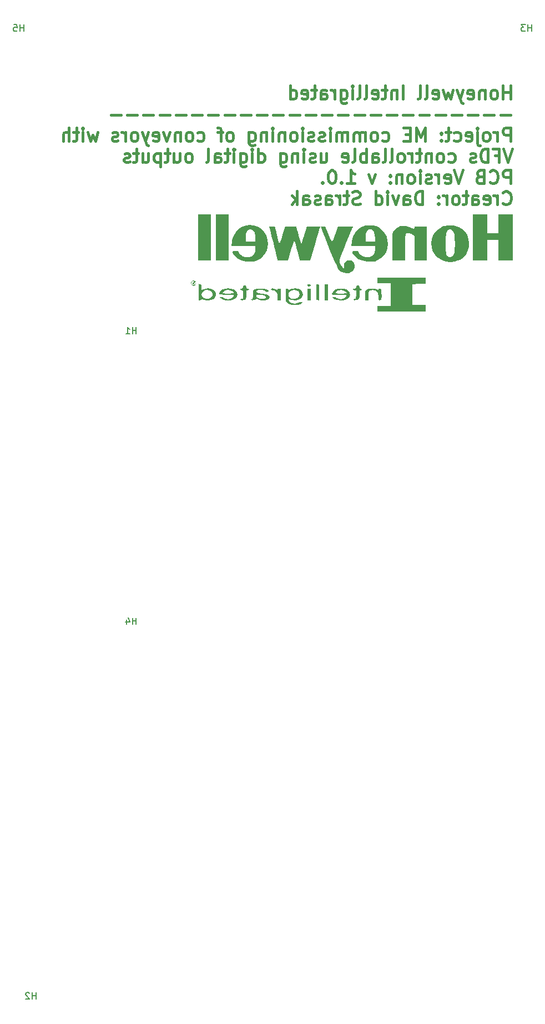
<source format=gbo>
%TF.GenerationSoftware,KiCad,Pcbnew,8.0.6*%
%TF.CreationDate,2024-11-25T21:26:04+01:00*%
%TF.ProjectId,PCB,5043422e-6b69-4636-9164-5f7063625858,rev?*%
%TF.SameCoordinates,Original*%
%TF.FileFunction,Legend,Bot*%
%TF.FilePolarity,Positive*%
%FSLAX46Y46*%
G04 Gerber Fmt 4.6, Leading zero omitted, Abs format (unit mm)*
G04 Created by KiCad (PCBNEW 8.0.6) date 2024-11-25 21:26:04*
%MOMM*%
%LPD*%
G01*
G04 APERTURE LIST*
%ADD10C,0.400000*%
%ADD11C,0.150000*%
%ADD12C,0.000000*%
%ADD13R,2.000000X2.000000*%
%ADD14O,2.000000X1.600000*%
%ADD15C,3.000000*%
%ADD16C,4.000000*%
%ADD17R,1.500000X1.500000*%
%ADD18C,1.500000*%
%ADD19C,2.250000*%
%ADD20R,1.950000X1.950000*%
%ADD21C,1.950000*%
%ADD22R,1.700000X1.700000*%
%ADD23O,1.700000X1.700000*%
%ADD24R,1.100000X1.100000*%
%ADD25C,1.100000*%
%ADD26C,5.000000*%
G04 APERTURE END LIST*
D10*
X140410652Y-73434998D02*
X140410652Y-71434998D01*
X140410652Y-72387379D02*
X139267795Y-72387379D01*
X139267795Y-73434998D02*
X139267795Y-71434998D01*
X138029700Y-73434998D02*
X138220176Y-73339760D01*
X138220176Y-73339760D02*
X138315414Y-73244521D01*
X138315414Y-73244521D02*
X138410652Y-73054045D01*
X138410652Y-73054045D02*
X138410652Y-72482617D01*
X138410652Y-72482617D02*
X138315414Y-72292140D01*
X138315414Y-72292140D02*
X138220176Y-72196902D01*
X138220176Y-72196902D02*
X138029700Y-72101664D01*
X138029700Y-72101664D02*
X137743985Y-72101664D01*
X137743985Y-72101664D02*
X137553509Y-72196902D01*
X137553509Y-72196902D02*
X137458271Y-72292140D01*
X137458271Y-72292140D02*
X137363033Y-72482617D01*
X137363033Y-72482617D02*
X137363033Y-73054045D01*
X137363033Y-73054045D02*
X137458271Y-73244521D01*
X137458271Y-73244521D02*
X137553509Y-73339760D01*
X137553509Y-73339760D02*
X137743985Y-73434998D01*
X137743985Y-73434998D02*
X138029700Y-73434998D01*
X136505890Y-72101664D02*
X136505890Y-73434998D01*
X136505890Y-72292140D02*
X136410652Y-72196902D01*
X136410652Y-72196902D02*
X136220176Y-72101664D01*
X136220176Y-72101664D02*
X135934461Y-72101664D01*
X135934461Y-72101664D02*
X135743985Y-72196902D01*
X135743985Y-72196902D02*
X135648747Y-72387379D01*
X135648747Y-72387379D02*
X135648747Y-73434998D01*
X133934461Y-73339760D02*
X134124937Y-73434998D01*
X134124937Y-73434998D02*
X134505890Y-73434998D01*
X134505890Y-73434998D02*
X134696366Y-73339760D01*
X134696366Y-73339760D02*
X134791604Y-73149283D01*
X134791604Y-73149283D02*
X134791604Y-72387379D01*
X134791604Y-72387379D02*
X134696366Y-72196902D01*
X134696366Y-72196902D02*
X134505890Y-72101664D01*
X134505890Y-72101664D02*
X134124937Y-72101664D01*
X134124937Y-72101664D02*
X133934461Y-72196902D01*
X133934461Y-72196902D02*
X133839223Y-72387379D01*
X133839223Y-72387379D02*
X133839223Y-72577855D01*
X133839223Y-72577855D02*
X134791604Y-72768331D01*
X133172556Y-72101664D02*
X132696366Y-73434998D01*
X132220175Y-72101664D02*
X132696366Y-73434998D01*
X132696366Y-73434998D02*
X132886842Y-73911188D01*
X132886842Y-73911188D02*
X132982080Y-74006426D01*
X132982080Y-74006426D02*
X133172556Y-74101664D01*
X131648746Y-72101664D02*
X131267794Y-73434998D01*
X131267794Y-73434998D02*
X130886841Y-72482617D01*
X130886841Y-72482617D02*
X130505889Y-73434998D01*
X130505889Y-73434998D02*
X130124937Y-72101664D01*
X128601127Y-73339760D02*
X128791603Y-73434998D01*
X128791603Y-73434998D02*
X129172556Y-73434998D01*
X129172556Y-73434998D02*
X129363032Y-73339760D01*
X129363032Y-73339760D02*
X129458270Y-73149283D01*
X129458270Y-73149283D02*
X129458270Y-72387379D01*
X129458270Y-72387379D02*
X129363032Y-72196902D01*
X129363032Y-72196902D02*
X129172556Y-72101664D01*
X129172556Y-72101664D02*
X128791603Y-72101664D01*
X128791603Y-72101664D02*
X128601127Y-72196902D01*
X128601127Y-72196902D02*
X128505889Y-72387379D01*
X128505889Y-72387379D02*
X128505889Y-72577855D01*
X128505889Y-72577855D02*
X129458270Y-72768331D01*
X127363032Y-73434998D02*
X127553508Y-73339760D01*
X127553508Y-73339760D02*
X127648746Y-73149283D01*
X127648746Y-73149283D02*
X127648746Y-71434998D01*
X126315413Y-73434998D02*
X126505889Y-73339760D01*
X126505889Y-73339760D02*
X126601127Y-73149283D01*
X126601127Y-73149283D02*
X126601127Y-71434998D01*
X124029698Y-73434998D02*
X124029698Y-71434998D01*
X123077317Y-72101664D02*
X123077317Y-73434998D01*
X123077317Y-72292140D02*
X122982079Y-72196902D01*
X122982079Y-72196902D02*
X122791603Y-72101664D01*
X122791603Y-72101664D02*
X122505888Y-72101664D01*
X122505888Y-72101664D02*
X122315412Y-72196902D01*
X122315412Y-72196902D02*
X122220174Y-72387379D01*
X122220174Y-72387379D02*
X122220174Y-73434998D01*
X121553507Y-72101664D02*
X120791603Y-72101664D01*
X121267793Y-71434998D02*
X121267793Y-73149283D01*
X121267793Y-73149283D02*
X121172555Y-73339760D01*
X121172555Y-73339760D02*
X120982079Y-73434998D01*
X120982079Y-73434998D02*
X120791603Y-73434998D01*
X119363031Y-73339760D02*
X119553507Y-73434998D01*
X119553507Y-73434998D02*
X119934460Y-73434998D01*
X119934460Y-73434998D02*
X120124936Y-73339760D01*
X120124936Y-73339760D02*
X120220174Y-73149283D01*
X120220174Y-73149283D02*
X120220174Y-72387379D01*
X120220174Y-72387379D02*
X120124936Y-72196902D01*
X120124936Y-72196902D02*
X119934460Y-72101664D01*
X119934460Y-72101664D02*
X119553507Y-72101664D01*
X119553507Y-72101664D02*
X119363031Y-72196902D01*
X119363031Y-72196902D02*
X119267793Y-72387379D01*
X119267793Y-72387379D02*
X119267793Y-72577855D01*
X119267793Y-72577855D02*
X120220174Y-72768331D01*
X118124936Y-73434998D02*
X118315412Y-73339760D01*
X118315412Y-73339760D02*
X118410650Y-73149283D01*
X118410650Y-73149283D02*
X118410650Y-71434998D01*
X117077317Y-73434998D02*
X117267793Y-73339760D01*
X117267793Y-73339760D02*
X117363031Y-73149283D01*
X117363031Y-73149283D02*
X117363031Y-71434998D01*
X116315412Y-73434998D02*
X116315412Y-72101664D01*
X116315412Y-71434998D02*
X116410650Y-71530236D01*
X116410650Y-71530236D02*
X116315412Y-71625474D01*
X116315412Y-71625474D02*
X116220174Y-71530236D01*
X116220174Y-71530236D02*
X116315412Y-71434998D01*
X116315412Y-71434998D02*
X116315412Y-71625474D01*
X114505888Y-72101664D02*
X114505888Y-73720712D01*
X114505888Y-73720712D02*
X114601126Y-73911188D01*
X114601126Y-73911188D02*
X114696364Y-74006426D01*
X114696364Y-74006426D02*
X114886841Y-74101664D01*
X114886841Y-74101664D02*
X115172555Y-74101664D01*
X115172555Y-74101664D02*
X115363031Y-74006426D01*
X114505888Y-73339760D02*
X114696364Y-73434998D01*
X114696364Y-73434998D02*
X115077317Y-73434998D01*
X115077317Y-73434998D02*
X115267793Y-73339760D01*
X115267793Y-73339760D02*
X115363031Y-73244521D01*
X115363031Y-73244521D02*
X115458269Y-73054045D01*
X115458269Y-73054045D02*
X115458269Y-72482617D01*
X115458269Y-72482617D02*
X115363031Y-72292140D01*
X115363031Y-72292140D02*
X115267793Y-72196902D01*
X115267793Y-72196902D02*
X115077317Y-72101664D01*
X115077317Y-72101664D02*
X114696364Y-72101664D01*
X114696364Y-72101664D02*
X114505888Y-72196902D01*
X113553507Y-73434998D02*
X113553507Y-72101664D01*
X113553507Y-72482617D02*
X113458269Y-72292140D01*
X113458269Y-72292140D02*
X113363031Y-72196902D01*
X113363031Y-72196902D02*
X113172555Y-72101664D01*
X113172555Y-72101664D02*
X112982078Y-72101664D01*
X111458269Y-73434998D02*
X111458269Y-72387379D01*
X111458269Y-72387379D02*
X111553507Y-72196902D01*
X111553507Y-72196902D02*
X111743983Y-72101664D01*
X111743983Y-72101664D02*
X112124936Y-72101664D01*
X112124936Y-72101664D02*
X112315412Y-72196902D01*
X111458269Y-73339760D02*
X111648745Y-73434998D01*
X111648745Y-73434998D02*
X112124936Y-73434998D01*
X112124936Y-73434998D02*
X112315412Y-73339760D01*
X112315412Y-73339760D02*
X112410650Y-73149283D01*
X112410650Y-73149283D02*
X112410650Y-72958807D01*
X112410650Y-72958807D02*
X112315412Y-72768331D01*
X112315412Y-72768331D02*
X112124936Y-72673093D01*
X112124936Y-72673093D02*
X111648745Y-72673093D01*
X111648745Y-72673093D02*
X111458269Y-72577855D01*
X110791602Y-72101664D02*
X110029698Y-72101664D01*
X110505888Y-71434998D02*
X110505888Y-73149283D01*
X110505888Y-73149283D02*
X110410650Y-73339760D01*
X110410650Y-73339760D02*
X110220174Y-73434998D01*
X110220174Y-73434998D02*
X110029698Y-73434998D01*
X108601126Y-73339760D02*
X108791602Y-73434998D01*
X108791602Y-73434998D02*
X109172555Y-73434998D01*
X109172555Y-73434998D02*
X109363031Y-73339760D01*
X109363031Y-73339760D02*
X109458269Y-73149283D01*
X109458269Y-73149283D02*
X109458269Y-72387379D01*
X109458269Y-72387379D02*
X109363031Y-72196902D01*
X109363031Y-72196902D02*
X109172555Y-72101664D01*
X109172555Y-72101664D02*
X108791602Y-72101664D01*
X108791602Y-72101664D02*
X108601126Y-72196902D01*
X108601126Y-72196902D02*
X108505888Y-72387379D01*
X108505888Y-72387379D02*
X108505888Y-72577855D01*
X108505888Y-72577855D02*
X109458269Y-72768331D01*
X106791602Y-73434998D02*
X106791602Y-71434998D01*
X106791602Y-73339760D02*
X106982078Y-73434998D01*
X106982078Y-73434998D02*
X107363031Y-73434998D01*
X107363031Y-73434998D02*
X107553507Y-73339760D01*
X107553507Y-73339760D02*
X107648745Y-73244521D01*
X107648745Y-73244521D02*
X107743983Y-73054045D01*
X107743983Y-73054045D02*
X107743983Y-72482617D01*
X107743983Y-72482617D02*
X107648745Y-72292140D01*
X107648745Y-72292140D02*
X107553507Y-72196902D01*
X107553507Y-72196902D02*
X107363031Y-72101664D01*
X107363031Y-72101664D02*
X106982078Y-72101664D01*
X106982078Y-72101664D02*
X106791602Y-72196902D01*
X140410652Y-75892981D02*
X138886843Y-75892981D01*
X137934462Y-75892981D02*
X136410653Y-75892981D01*
X135458272Y-75892981D02*
X133934463Y-75892981D01*
X132982082Y-75892981D02*
X131458273Y-75892981D01*
X130505892Y-75892981D02*
X128982083Y-75892981D01*
X128029702Y-75892981D02*
X126505893Y-75892981D01*
X125553512Y-75892981D02*
X124029703Y-75892981D01*
X123077322Y-75892981D02*
X121553513Y-75892981D01*
X120601132Y-75892981D02*
X119077323Y-75892981D01*
X118124942Y-75892981D02*
X116601133Y-75892981D01*
X115648752Y-75892981D02*
X114124943Y-75892981D01*
X113172562Y-75892981D02*
X111648753Y-75892981D01*
X110696372Y-75892981D02*
X109172563Y-75892981D01*
X108220182Y-75892981D02*
X106696373Y-75892981D01*
X105743992Y-75892981D02*
X104220183Y-75892981D01*
X103267802Y-75892981D02*
X101743993Y-75892981D01*
X100791612Y-75892981D02*
X99267803Y-75892981D01*
X98315422Y-75892981D02*
X96791613Y-75892981D01*
X95839232Y-75892981D02*
X94315423Y-75892981D01*
X93363042Y-75892981D02*
X91839233Y-75892981D01*
X90886852Y-75892981D02*
X89363043Y-75892981D01*
X88410662Y-75892981D02*
X86886853Y-75892981D01*
X85934472Y-75892981D02*
X84410663Y-75892981D01*
X83458282Y-75892981D02*
X81934473Y-75892981D01*
X80982092Y-75892981D02*
X79458283Y-75892981D01*
X140410652Y-79874774D02*
X140410652Y-77874774D01*
X140410652Y-77874774D02*
X139648747Y-77874774D01*
X139648747Y-77874774D02*
X139458271Y-77970012D01*
X139458271Y-77970012D02*
X139363033Y-78065250D01*
X139363033Y-78065250D02*
X139267795Y-78255726D01*
X139267795Y-78255726D02*
X139267795Y-78541440D01*
X139267795Y-78541440D02*
X139363033Y-78731916D01*
X139363033Y-78731916D02*
X139458271Y-78827155D01*
X139458271Y-78827155D02*
X139648747Y-78922393D01*
X139648747Y-78922393D02*
X140410652Y-78922393D01*
X138410652Y-79874774D02*
X138410652Y-78541440D01*
X138410652Y-78922393D02*
X138315414Y-78731916D01*
X138315414Y-78731916D02*
X138220176Y-78636678D01*
X138220176Y-78636678D02*
X138029700Y-78541440D01*
X138029700Y-78541440D02*
X137839223Y-78541440D01*
X136886843Y-79874774D02*
X137077319Y-79779536D01*
X137077319Y-79779536D02*
X137172557Y-79684297D01*
X137172557Y-79684297D02*
X137267795Y-79493821D01*
X137267795Y-79493821D02*
X137267795Y-78922393D01*
X137267795Y-78922393D02*
X137172557Y-78731916D01*
X137172557Y-78731916D02*
X137077319Y-78636678D01*
X137077319Y-78636678D02*
X136886843Y-78541440D01*
X136886843Y-78541440D02*
X136601128Y-78541440D01*
X136601128Y-78541440D02*
X136410652Y-78636678D01*
X136410652Y-78636678D02*
X136315414Y-78731916D01*
X136315414Y-78731916D02*
X136220176Y-78922393D01*
X136220176Y-78922393D02*
X136220176Y-79493821D01*
X136220176Y-79493821D02*
X136315414Y-79684297D01*
X136315414Y-79684297D02*
X136410652Y-79779536D01*
X136410652Y-79779536D02*
X136601128Y-79874774D01*
X136601128Y-79874774D02*
X136886843Y-79874774D01*
X135363033Y-78541440D02*
X135363033Y-80255726D01*
X135363033Y-80255726D02*
X135458271Y-80446202D01*
X135458271Y-80446202D02*
X135648747Y-80541440D01*
X135648747Y-80541440D02*
X135743985Y-80541440D01*
X135363033Y-77874774D02*
X135458271Y-77970012D01*
X135458271Y-77970012D02*
X135363033Y-78065250D01*
X135363033Y-78065250D02*
X135267795Y-77970012D01*
X135267795Y-77970012D02*
X135363033Y-77874774D01*
X135363033Y-77874774D02*
X135363033Y-78065250D01*
X133648747Y-79779536D02*
X133839223Y-79874774D01*
X133839223Y-79874774D02*
X134220176Y-79874774D01*
X134220176Y-79874774D02*
X134410652Y-79779536D01*
X134410652Y-79779536D02*
X134505890Y-79589059D01*
X134505890Y-79589059D02*
X134505890Y-78827155D01*
X134505890Y-78827155D02*
X134410652Y-78636678D01*
X134410652Y-78636678D02*
X134220176Y-78541440D01*
X134220176Y-78541440D02*
X133839223Y-78541440D01*
X133839223Y-78541440D02*
X133648747Y-78636678D01*
X133648747Y-78636678D02*
X133553509Y-78827155D01*
X133553509Y-78827155D02*
X133553509Y-79017631D01*
X133553509Y-79017631D02*
X134505890Y-79208107D01*
X131839223Y-79779536D02*
X132029699Y-79874774D01*
X132029699Y-79874774D02*
X132410652Y-79874774D01*
X132410652Y-79874774D02*
X132601128Y-79779536D01*
X132601128Y-79779536D02*
X132696366Y-79684297D01*
X132696366Y-79684297D02*
X132791604Y-79493821D01*
X132791604Y-79493821D02*
X132791604Y-78922393D01*
X132791604Y-78922393D02*
X132696366Y-78731916D01*
X132696366Y-78731916D02*
X132601128Y-78636678D01*
X132601128Y-78636678D02*
X132410652Y-78541440D01*
X132410652Y-78541440D02*
X132029699Y-78541440D01*
X132029699Y-78541440D02*
X131839223Y-78636678D01*
X131267794Y-78541440D02*
X130505890Y-78541440D01*
X130982080Y-77874774D02*
X130982080Y-79589059D01*
X130982080Y-79589059D02*
X130886842Y-79779536D01*
X130886842Y-79779536D02*
X130696366Y-79874774D01*
X130696366Y-79874774D02*
X130505890Y-79874774D01*
X129839223Y-79684297D02*
X129743985Y-79779536D01*
X129743985Y-79779536D02*
X129839223Y-79874774D01*
X129839223Y-79874774D02*
X129934461Y-79779536D01*
X129934461Y-79779536D02*
X129839223Y-79684297D01*
X129839223Y-79684297D02*
X129839223Y-79874774D01*
X129839223Y-78636678D02*
X129743985Y-78731916D01*
X129743985Y-78731916D02*
X129839223Y-78827155D01*
X129839223Y-78827155D02*
X129934461Y-78731916D01*
X129934461Y-78731916D02*
X129839223Y-78636678D01*
X129839223Y-78636678D02*
X129839223Y-78827155D01*
X127363032Y-79874774D02*
X127363032Y-77874774D01*
X127363032Y-77874774D02*
X126696365Y-79303345D01*
X126696365Y-79303345D02*
X126029699Y-77874774D01*
X126029699Y-77874774D02*
X126029699Y-79874774D01*
X125077318Y-78827155D02*
X124410651Y-78827155D01*
X124124937Y-79874774D02*
X125077318Y-79874774D01*
X125077318Y-79874774D02*
X125077318Y-77874774D01*
X125077318Y-77874774D02*
X124124937Y-77874774D01*
X120886841Y-79779536D02*
X121077317Y-79874774D01*
X121077317Y-79874774D02*
X121458270Y-79874774D01*
X121458270Y-79874774D02*
X121648746Y-79779536D01*
X121648746Y-79779536D02*
X121743984Y-79684297D01*
X121743984Y-79684297D02*
X121839222Y-79493821D01*
X121839222Y-79493821D02*
X121839222Y-78922393D01*
X121839222Y-78922393D02*
X121743984Y-78731916D01*
X121743984Y-78731916D02*
X121648746Y-78636678D01*
X121648746Y-78636678D02*
X121458270Y-78541440D01*
X121458270Y-78541440D02*
X121077317Y-78541440D01*
X121077317Y-78541440D02*
X120886841Y-78636678D01*
X119743984Y-79874774D02*
X119934460Y-79779536D01*
X119934460Y-79779536D02*
X120029698Y-79684297D01*
X120029698Y-79684297D02*
X120124936Y-79493821D01*
X120124936Y-79493821D02*
X120124936Y-78922393D01*
X120124936Y-78922393D02*
X120029698Y-78731916D01*
X120029698Y-78731916D02*
X119934460Y-78636678D01*
X119934460Y-78636678D02*
X119743984Y-78541440D01*
X119743984Y-78541440D02*
X119458269Y-78541440D01*
X119458269Y-78541440D02*
X119267793Y-78636678D01*
X119267793Y-78636678D02*
X119172555Y-78731916D01*
X119172555Y-78731916D02*
X119077317Y-78922393D01*
X119077317Y-78922393D02*
X119077317Y-79493821D01*
X119077317Y-79493821D02*
X119172555Y-79684297D01*
X119172555Y-79684297D02*
X119267793Y-79779536D01*
X119267793Y-79779536D02*
X119458269Y-79874774D01*
X119458269Y-79874774D02*
X119743984Y-79874774D01*
X118220174Y-79874774D02*
X118220174Y-78541440D01*
X118220174Y-78731916D02*
X118124936Y-78636678D01*
X118124936Y-78636678D02*
X117934460Y-78541440D01*
X117934460Y-78541440D02*
X117648745Y-78541440D01*
X117648745Y-78541440D02*
X117458269Y-78636678D01*
X117458269Y-78636678D02*
X117363031Y-78827155D01*
X117363031Y-78827155D02*
X117363031Y-79874774D01*
X117363031Y-78827155D02*
X117267793Y-78636678D01*
X117267793Y-78636678D02*
X117077317Y-78541440D01*
X117077317Y-78541440D02*
X116791603Y-78541440D01*
X116791603Y-78541440D02*
X116601126Y-78636678D01*
X116601126Y-78636678D02*
X116505888Y-78827155D01*
X116505888Y-78827155D02*
X116505888Y-79874774D01*
X115553507Y-79874774D02*
X115553507Y-78541440D01*
X115553507Y-78731916D02*
X115458269Y-78636678D01*
X115458269Y-78636678D02*
X115267793Y-78541440D01*
X115267793Y-78541440D02*
X114982078Y-78541440D01*
X114982078Y-78541440D02*
X114791602Y-78636678D01*
X114791602Y-78636678D02*
X114696364Y-78827155D01*
X114696364Y-78827155D02*
X114696364Y-79874774D01*
X114696364Y-78827155D02*
X114601126Y-78636678D01*
X114601126Y-78636678D02*
X114410650Y-78541440D01*
X114410650Y-78541440D02*
X114124936Y-78541440D01*
X114124936Y-78541440D02*
X113934459Y-78636678D01*
X113934459Y-78636678D02*
X113839221Y-78827155D01*
X113839221Y-78827155D02*
X113839221Y-79874774D01*
X112886840Y-79874774D02*
X112886840Y-78541440D01*
X112886840Y-77874774D02*
X112982078Y-77970012D01*
X112982078Y-77970012D02*
X112886840Y-78065250D01*
X112886840Y-78065250D02*
X112791602Y-77970012D01*
X112791602Y-77970012D02*
X112886840Y-77874774D01*
X112886840Y-77874774D02*
X112886840Y-78065250D01*
X112029697Y-79779536D02*
X111839221Y-79874774D01*
X111839221Y-79874774D02*
X111458269Y-79874774D01*
X111458269Y-79874774D02*
X111267792Y-79779536D01*
X111267792Y-79779536D02*
X111172554Y-79589059D01*
X111172554Y-79589059D02*
X111172554Y-79493821D01*
X111172554Y-79493821D02*
X111267792Y-79303345D01*
X111267792Y-79303345D02*
X111458269Y-79208107D01*
X111458269Y-79208107D02*
X111743983Y-79208107D01*
X111743983Y-79208107D02*
X111934459Y-79112869D01*
X111934459Y-79112869D02*
X112029697Y-78922393D01*
X112029697Y-78922393D02*
X112029697Y-78827155D01*
X112029697Y-78827155D02*
X111934459Y-78636678D01*
X111934459Y-78636678D02*
X111743983Y-78541440D01*
X111743983Y-78541440D02*
X111458269Y-78541440D01*
X111458269Y-78541440D02*
X111267792Y-78636678D01*
X110410649Y-79779536D02*
X110220173Y-79874774D01*
X110220173Y-79874774D02*
X109839221Y-79874774D01*
X109839221Y-79874774D02*
X109648744Y-79779536D01*
X109648744Y-79779536D02*
X109553506Y-79589059D01*
X109553506Y-79589059D02*
X109553506Y-79493821D01*
X109553506Y-79493821D02*
X109648744Y-79303345D01*
X109648744Y-79303345D02*
X109839221Y-79208107D01*
X109839221Y-79208107D02*
X110124935Y-79208107D01*
X110124935Y-79208107D02*
X110315411Y-79112869D01*
X110315411Y-79112869D02*
X110410649Y-78922393D01*
X110410649Y-78922393D02*
X110410649Y-78827155D01*
X110410649Y-78827155D02*
X110315411Y-78636678D01*
X110315411Y-78636678D02*
X110124935Y-78541440D01*
X110124935Y-78541440D02*
X109839221Y-78541440D01*
X109839221Y-78541440D02*
X109648744Y-78636678D01*
X108696363Y-79874774D02*
X108696363Y-78541440D01*
X108696363Y-77874774D02*
X108791601Y-77970012D01*
X108791601Y-77970012D02*
X108696363Y-78065250D01*
X108696363Y-78065250D02*
X108601125Y-77970012D01*
X108601125Y-77970012D02*
X108696363Y-77874774D01*
X108696363Y-77874774D02*
X108696363Y-78065250D01*
X107458268Y-79874774D02*
X107648744Y-79779536D01*
X107648744Y-79779536D02*
X107743982Y-79684297D01*
X107743982Y-79684297D02*
X107839220Y-79493821D01*
X107839220Y-79493821D02*
X107839220Y-78922393D01*
X107839220Y-78922393D02*
X107743982Y-78731916D01*
X107743982Y-78731916D02*
X107648744Y-78636678D01*
X107648744Y-78636678D02*
X107458268Y-78541440D01*
X107458268Y-78541440D02*
X107172553Y-78541440D01*
X107172553Y-78541440D02*
X106982077Y-78636678D01*
X106982077Y-78636678D02*
X106886839Y-78731916D01*
X106886839Y-78731916D02*
X106791601Y-78922393D01*
X106791601Y-78922393D02*
X106791601Y-79493821D01*
X106791601Y-79493821D02*
X106886839Y-79684297D01*
X106886839Y-79684297D02*
X106982077Y-79779536D01*
X106982077Y-79779536D02*
X107172553Y-79874774D01*
X107172553Y-79874774D02*
X107458268Y-79874774D01*
X105934458Y-78541440D02*
X105934458Y-79874774D01*
X105934458Y-78731916D02*
X105839220Y-78636678D01*
X105839220Y-78636678D02*
X105648744Y-78541440D01*
X105648744Y-78541440D02*
X105363029Y-78541440D01*
X105363029Y-78541440D02*
X105172553Y-78636678D01*
X105172553Y-78636678D02*
X105077315Y-78827155D01*
X105077315Y-78827155D02*
X105077315Y-79874774D01*
X104124934Y-79874774D02*
X104124934Y-78541440D01*
X104124934Y-77874774D02*
X104220172Y-77970012D01*
X104220172Y-77970012D02*
X104124934Y-78065250D01*
X104124934Y-78065250D02*
X104029696Y-77970012D01*
X104029696Y-77970012D02*
X104124934Y-77874774D01*
X104124934Y-77874774D02*
X104124934Y-78065250D01*
X103172553Y-78541440D02*
X103172553Y-79874774D01*
X103172553Y-78731916D02*
X103077315Y-78636678D01*
X103077315Y-78636678D02*
X102886839Y-78541440D01*
X102886839Y-78541440D02*
X102601124Y-78541440D01*
X102601124Y-78541440D02*
X102410648Y-78636678D01*
X102410648Y-78636678D02*
X102315410Y-78827155D01*
X102315410Y-78827155D02*
X102315410Y-79874774D01*
X100505886Y-78541440D02*
X100505886Y-80160488D01*
X100505886Y-80160488D02*
X100601124Y-80350964D01*
X100601124Y-80350964D02*
X100696362Y-80446202D01*
X100696362Y-80446202D02*
X100886839Y-80541440D01*
X100886839Y-80541440D02*
X101172553Y-80541440D01*
X101172553Y-80541440D02*
X101363029Y-80446202D01*
X100505886Y-79779536D02*
X100696362Y-79874774D01*
X100696362Y-79874774D02*
X101077315Y-79874774D01*
X101077315Y-79874774D02*
X101267791Y-79779536D01*
X101267791Y-79779536D02*
X101363029Y-79684297D01*
X101363029Y-79684297D02*
X101458267Y-79493821D01*
X101458267Y-79493821D02*
X101458267Y-78922393D01*
X101458267Y-78922393D02*
X101363029Y-78731916D01*
X101363029Y-78731916D02*
X101267791Y-78636678D01*
X101267791Y-78636678D02*
X101077315Y-78541440D01*
X101077315Y-78541440D02*
X100696362Y-78541440D01*
X100696362Y-78541440D02*
X100505886Y-78636678D01*
X97743981Y-79874774D02*
X97934457Y-79779536D01*
X97934457Y-79779536D02*
X98029695Y-79684297D01*
X98029695Y-79684297D02*
X98124933Y-79493821D01*
X98124933Y-79493821D02*
X98124933Y-78922393D01*
X98124933Y-78922393D02*
X98029695Y-78731916D01*
X98029695Y-78731916D02*
X97934457Y-78636678D01*
X97934457Y-78636678D02*
X97743981Y-78541440D01*
X97743981Y-78541440D02*
X97458266Y-78541440D01*
X97458266Y-78541440D02*
X97267790Y-78636678D01*
X97267790Y-78636678D02*
X97172552Y-78731916D01*
X97172552Y-78731916D02*
X97077314Y-78922393D01*
X97077314Y-78922393D02*
X97077314Y-79493821D01*
X97077314Y-79493821D02*
X97172552Y-79684297D01*
X97172552Y-79684297D02*
X97267790Y-79779536D01*
X97267790Y-79779536D02*
X97458266Y-79874774D01*
X97458266Y-79874774D02*
X97743981Y-79874774D01*
X96505885Y-78541440D02*
X95743981Y-78541440D01*
X96220171Y-79874774D02*
X96220171Y-78160488D01*
X96220171Y-78160488D02*
X96124933Y-77970012D01*
X96124933Y-77970012D02*
X95934457Y-77874774D01*
X95934457Y-77874774D02*
X95743981Y-77874774D01*
X92696361Y-79779536D02*
X92886837Y-79874774D01*
X92886837Y-79874774D02*
X93267790Y-79874774D01*
X93267790Y-79874774D02*
X93458266Y-79779536D01*
X93458266Y-79779536D02*
X93553504Y-79684297D01*
X93553504Y-79684297D02*
X93648742Y-79493821D01*
X93648742Y-79493821D02*
X93648742Y-78922393D01*
X93648742Y-78922393D02*
X93553504Y-78731916D01*
X93553504Y-78731916D02*
X93458266Y-78636678D01*
X93458266Y-78636678D02*
X93267790Y-78541440D01*
X93267790Y-78541440D02*
X92886837Y-78541440D01*
X92886837Y-78541440D02*
X92696361Y-78636678D01*
X91553504Y-79874774D02*
X91743980Y-79779536D01*
X91743980Y-79779536D02*
X91839218Y-79684297D01*
X91839218Y-79684297D02*
X91934456Y-79493821D01*
X91934456Y-79493821D02*
X91934456Y-78922393D01*
X91934456Y-78922393D02*
X91839218Y-78731916D01*
X91839218Y-78731916D02*
X91743980Y-78636678D01*
X91743980Y-78636678D02*
X91553504Y-78541440D01*
X91553504Y-78541440D02*
X91267789Y-78541440D01*
X91267789Y-78541440D02*
X91077313Y-78636678D01*
X91077313Y-78636678D02*
X90982075Y-78731916D01*
X90982075Y-78731916D02*
X90886837Y-78922393D01*
X90886837Y-78922393D02*
X90886837Y-79493821D01*
X90886837Y-79493821D02*
X90982075Y-79684297D01*
X90982075Y-79684297D02*
X91077313Y-79779536D01*
X91077313Y-79779536D02*
X91267789Y-79874774D01*
X91267789Y-79874774D02*
X91553504Y-79874774D01*
X90029694Y-78541440D02*
X90029694Y-79874774D01*
X90029694Y-78731916D02*
X89934456Y-78636678D01*
X89934456Y-78636678D02*
X89743980Y-78541440D01*
X89743980Y-78541440D02*
X89458265Y-78541440D01*
X89458265Y-78541440D02*
X89267789Y-78636678D01*
X89267789Y-78636678D02*
X89172551Y-78827155D01*
X89172551Y-78827155D02*
X89172551Y-79874774D01*
X88410646Y-78541440D02*
X87934456Y-79874774D01*
X87934456Y-79874774D02*
X87458265Y-78541440D01*
X85934455Y-79779536D02*
X86124931Y-79874774D01*
X86124931Y-79874774D02*
X86505884Y-79874774D01*
X86505884Y-79874774D02*
X86696360Y-79779536D01*
X86696360Y-79779536D02*
X86791598Y-79589059D01*
X86791598Y-79589059D02*
X86791598Y-78827155D01*
X86791598Y-78827155D02*
X86696360Y-78636678D01*
X86696360Y-78636678D02*
X86505884Y-78541440D01*
X86505884Y-78541440D02*
X86124931Y-78541440D01*
X86124931Y-78541440D02*
X85934455Y-78636678D01*
X85934455Y-78636678D02*
X85839217Y-78827155D01*
X85839217Y-78827155D02*
X85839217Y-79017631D01*
X85839217Y-79017631D02*
X86791598Y-79208107D01*
X85172550Y-78541440D02*
X84696360Y-79874774D01*
X84220169Y-78541440D02*
X84696360Y-79874774D01*
X84696360Y-79874774D02*
X84886836Y-80350964D01*
X84886836Y-80350964D02*
X84982074Y-80446202D01*
X84982074Y-80446202D02*
X85172550Y-80541440D01*
X83172550Y-79874774D02*
X83363026Y-79779536D01*
X83363026Y-79779536D02*
X83458264Y-79684297D01*
X83458264Y-79684297D02*
X83553502Y-79493821D01*
X83553502Y-79493821D02*
X83553502Y-78922393D01*
X83553502Y-78922393D02*
X83458264Y-78731916D01*
X83458264Y-78731916D02*
X83363026Y-78636678D01*
X83363026Y-78636678D02*
X83172550Y-78541440D01*
X83172550Y-78541440D02*
X82886835Y-78541440D01*
X82886835Y-78541440D02*
X82696359Y-78636678D01*
X82696359Y-78636678D02*
X82601121Y-78731916D01*
X82601121Y-78731916D02*
X82505883Y-78922393D01*
X82505883Y-78922393D02*
X82505883Y-79493821D01*
X82505883Y-79493821D02*
X82601121Y-79684297D01*
X82601121Y-79684297D02*
X82696359Y-79779536D01*
X82696359Y-79779536D02*
X82886835Y-79874774D01*
X82886835Y-79874774D02*
X83172550Y-79874774D01*
X81648740Y-79874774D02*
X81648740Y-78541440D01*
X81648740Y-78922393D02*
X81553502Y-78731916D01*
X81553502Y-78731916D02*
X81458264Y-78636678D01*
X81458264Y-78636678D02*
X81267788Y-78541440D01*
X81267788Y-78541440D02*
X81077311Y-78541440D01*
X80505883Y-79779536D02*
X80315407Y-79874774D01*
X80315407Y-79874774D02*
X79934455Y-79874774D01*
X79934455Y-79874774D02*
X79743978Y-79779536D01*
X79743978Y-79779536D02*
X79648740Y-79589059D01*
X79648740Y-79589059D02*
X79648740Y-79493821D01*
X79648740Y-79493821D02*
X79743978Y-79303345D01*
X79743978Y-79303345D02*
X79934455Y-79208107D01*
X79934455Y-79208107D02*
X80220169Y-79208107D01*
X80220169Y-79208107D02*
X80410645Y-79112869D01*
X80410645Y-79112869D02*
X80505883Y-78922393D01*
X80505883Y-78922393D02*
X80505883Y-78827155D01*
X80505883Y-78827155D02*
X80410645Y-78636678D01*
X80410645Y-78636678D02*
X80220169Y-78541440D01*
X80220169Y-78541440D02*
X79934455Y-78541440D01*
X79934455Y-78541440D02*
X79743978Y-78636678D01*
X77458263Y-78541440D02*
X77077311Y-79874774D01*
X77077311Y-79874774D02*
X76696358Y-78922393D01*
X76696358Y-78922393D02*
X76315406Y-79874774D01*
X76315406Y-79874774D02*
X75934454Y-78541440D01*
X75172549Y-79874774D02*
X75172549Y-78541440D01*
X75172549Y-77874774D02*
X75267787Y-77970012D01*
X75267787Y-77970012D02*
X75172549Y-78065250D01*
X75172549Y-78065250D02*
X75077311Y-77970012D01*
X75077311Y-77970012D02*
X75172549Y-77874774D01*
X75172549Y-77874774D02*
X75172549Y-78065250D01*
X74505882Y-78541440D02*
X73743978Y-78541440D01*
X74220168Y-77874774D02*
X74220168Y-79589059D01*
X74220168Y-79589059D02*
X74124930Y-79779536D01*
X74124930Y-79779536D02*
X73934454Y-79874774D01*
X73934454Y-79874774D02*
X73743978Y-79874774D01*
X73077311Y-79874774D02*
X73077311Y-77874774D01*
X72220168Y-79874774D02*
X72220168Y-78827155D01*
X72220168Y-78827155D02*
X72315406Y-78636678D01*
X72315406Y-78636678D02*
X72505882Y-78541440D01*
X72505882Y-78541440D02*
X72791597Y-78541440D01*
X72791597Y-78541440D02*
X72982073Y-78636678D01*
X72982073Y-78636678D02*
X73077311Y-78731916D01*
X140696366Y-81094662D02*
X140029700Y-83094662D01*
X140029700Y-83094662D02*
X139363033Y-81094662D01*
X138029699Y-82047043D02*
X138696366Y-82047043D01*
X138696366Y-83094662D02*
X138696366Y-81094662D01*
X138696366Y-81094662D02*
X137743985Y-81094662D01*
X136982080Y-83094662D02*
X136982080Y-81094662D01*
X136982080Y-81094662D02*
X136505890Y-81094662D01*
X136505890Y-81094662D02*
X136220175Y-81189900D01*
X136220175Y-81189900D02*
X136029699Y-81380376D01*
X136029699Y-81380376D02*
X135934461Y-81570852D01*
X135934461Y-81570852D02*
X135839223Y-81951804D01*
X135839223Y-81951804D02*
X135839223Y-82237519D01*
X135839223Y-82237519D02*
X135934461Y-82618471D01*
X135934461Y-82618471D02*
X136029699Y-82808947D01*
X136029699Y-82808947D02*
X136220175Y-82999424D01*
X136220175Y-82999424D02*
X136505890Y-83094662D01*
X136505890Y-83094662D02*
X136982080Y-83094662D01*
X135077318Y-82999424D02*
X134886842Y-83094662D01*
X134886842Y-83094662D02*
X134505890Y-83094662D01*
X134505890Y-83094662D02*
X134315413Y-82999424D01*
X134315413Y-82999424D02*
X134220175Y-82808947D01*
X134220175Y-82808947D02*
X134220175Y-82713709D01*
X134220175Y-82713709D02*
X134315413Y-82523233D01*
X134315413Y-82523233D02*
X134505890Y-82427995D01*
X134505890Y-82427995D02*
X134791604Y-82427995D01*
X134791604Y-82427995D02*
X134982080Y-82332757D01*
X134982080Y-82332757D02*
X135077318Y-82142281D01*
X135077318Y-82142281D02*
X135077318Y-82047043D01*
X135077318Y-82047043D02*
X134982080Y-81856566D01*
X134982080Y-81856566D02*
X134791604Y-81761328D01*
X134791604Y-81761328D02*
X134505890Y-81761328D01*
X134505890Y-81761328D02*
X134315413Y-81856566D01*
X130982079Y-82999424D02*
X131172555Y-83094662D01*
X131172555Y-83094662D02*
X131553508Y-83094662D01*
X131553508Y-83094662D02*
X131743984Y-82999424D01*
X131743984Y-82999424D02*
X131839222Y-82904185D01*
X131839222Y-82904185D02*
X131934460Y-82713709D01*
X131934460Y-82713709D02*
X131934460Y-82142281D01*
X131934460Y-82142281D02*
X131839222Y-81951804D01*
X131839222Y-81951804D02*
X131743984Y-81856566D01*
X131743984Y-81856566D02*
X131553508Y-81761328D01*
X131553508Y-81761328D02*
X131172555Y-81761328D01*
X131172555Y-81761328D02*
X130982079Y-81856566D01*
X129839222Y-83094662D02*
X130029698Y-82999424D01*
X130029698Y-82999424D02*
X130124936Y-82904185D01*
X130124936Y-82904185D02*
X130220174Y-82713709D01*
X130220174Y-82713709D02*
X130220174Y-82142281D01*
X130220174Y-82142281D02*
X130124936Y-81951804D01*
X130124936Y-81951804D02*
X130029698Y-81856566D01*
X130029698Y-81856566D02*
X129839222Y-81761328D01*
X129839222Y-81761328D02*
X129553507Y-81761328D01*
X129553507Y-81761328D02*
X129363031Y-81856566D01*
X129363031Y-81856566D02*
X129267793Y-81951804D01*
X129267793Y-81951804D02*
X129172555Y-82142281D01*
X129172555Y-82142281D02*
X129172555Y-82713709D01*
X129172555Y-82713709D02*
X129267793Y-82904185D01*
X129267793Y-82904185D02*
X129363031Y-82999424D01*
X129363031Y-82999424D02*
X129553507Y-83094662D01*
X129553507Y-83094662D02*
X129839222Y-83094662D01*
X128315412Y-81761328D02*
X128315412Y-83094662D01*
X128315412Y-81951804D02*
X128220174Y-81856566D01*
X128220174Y-81856566D02*
X128029698Y-81761328D01*
X128029698Y-81761328D02*
X127743983Y-81761328D01*
X127743983Y-81761328D02*
X127553507Y-81856566D01*
X127553507Y-81856566D02*
X127458269Y-82047043D01*
X127458269Y-82047043D02*
X127458269Y-83094662D01*
X126791602Y-81761328D02*
X126029698Y-81761328D01*
X126505888Y-81094662D02*
X126505888Y-82808947D01*
X126505888Y-82808947D02*
X126410650Y-82999424D01*
X126410650Y-82999424D02*
X126220174Y-83094662D01*
X126220174Y-83094662D02*
X126029698Y-83094662D01*
X125363031Y-83094662D02*
X125363031Y-81761328D01*
X125363031Y-82142281D02*
X125267793Y-81951804D01*
X125267793Y-81951804D02*
X125172555Y-81856566D01*
X125172555Y-81856566D02*
X124982079Y-81761328D01*
X124982079Y-81761328D02*
X124791602Y-81761328D01*
X123839222Y-83094662D02*
X124029698Y-82999424D01*
X124029698Y-82999424D02*
X124124936Y-82904185D01*
X124124936Y-82904185D02*
X124220174Y-82713709D01*
X124220174Y-82713709D02*
X124220174Y-82142281D01*
X124220174Y-82142281D02*
X124124936Y-81951804D01*
X124124936Y-81951804D02*
X124029698Y-81856566D01*
X124029698Y-81856566D02*
X123839222Y-81761328D01*
X123839222Y-81761328D02*
X123553507Y-81761328D01*
X123553507Y-81761328D02*
X123363031Y-81856566D01*
X123363031Y-81856566D02*
X123267793Y-81951804D01*
X123267793Y-81951804D02*
X123172555Y-82142281D01*
X123172555Y-82142281D02*
X123172555Y-82713709D01*
X123172555Y-82713709D02*
X123267793Y-82904185D01*
X123267793Y-82904185D02*
X123363031Y-82999424D01*
X123363031Y-82999424D02*
X123553507Y-83094662D01*
X123553507Y-83094662D02*
X123839222Y-83094662D01*
X122029698Y-83094662D02*
X122220174Y-82999424D01*
X122220174Y-82999424D02*
X122315412Y-82808947D01*
X122315412Y-82808947D02*
X122315412Y-81094662D01*
X120982079Y-83094662D02*
X121172555Y-82999424D01*
X121172555Y-82999424D02*
X121267793Y-82808947D01*
X121267793Y-82808947D02*
X121267793Y-81094662D01*
X119363031Y-83094662D02*
X119363031Y-82047043D01*
X119363031Y-82047043D02*
X119458269Y-81856566D01*
X119458269Y-81856566D02*
X119648745Y-81761328D01*
X119648745Y-81761328D02*
X120029698Y-81761328D01*
X120029698Y-81761328D02*
X120220174Y-81856566D01*
X119363031Y-82999424D02*
X119553507Y-83094662D01*
X119553507Y-83094662D02*
X120029698Y-83094662D01*
X120029698Y-83094662D02*
X120220174Y-82999424D01*
X120220174Y-82999424D02*
X120315412Y-82808947D01*
X120315412Y-82808947D02*
X120315412Y-82618471D01*
X120315412Y-82618471D02*
X120220174Y-82427995D01*
X120220174Y-82427995D02*
X120029698Y-82332757D01*
X120029698Y-82332757D02*
X119553507Y-82332757D01*
X119553507Y-82332757D02*
X119363031Y-82237519D01*
X118410650Y-83094662D02*
X118410650Y-81094662D01*
X118410650Y-81856566D02*
X118220174Y-81761328D01*
X118220174Y-81761328D02*
X117839221Y-81761328D01*
X117839221Y-81761328D02*
X117648745Y-81856566D01*
X117648745Y-81856566D02*
X117553507Y-81951804D01*
X117553507Y-81951804D02*
X117458269Y-82142281D01*
X117458269Y-82142281D02*
X117458269Y-82713709D01*
X117458269Y-82713709D02*
X117553507Y-82904185D01*
X117553507Y-82904185D02*
X117648745Y-82999424D01*
X117648745Y-82999424D02*
X117839221Y-83094662D01*
X117839221Y-83094662D02*
X118220174Y-83094662D01*
X118220174Y-83094662D02*
X118410650Y-82999424D01*
X116315412Y-83094662D02*
X116505888Y-82999424D01*
X116505888Y-82999424D02*
X116601126Y-82808947D01*
X116601126Y-82808947D02*
X116601126Y-81094662D01*
X114791602Y-82999424D02*
X114982078Y-83094662D01*
X114982078Y-83094662D02*
X115363031Y-83094662D01*
X115363031Y-83094662D02*
X115553507Y-82999424D01*
X115553507Y-82999424D02*
X115648745Y-82808947D01*
X115648745Y-82808947D02*
X115648745Y-82047043D01*
X115648745Y-82047043D02*
X115553507Y-81856566D01*
X115553507Y-81856566D02*
X115363031Y-81761328D01*
X115363031Y-81761328D02*
X114982078Y-81761328D01*
X114982078Y-81761328D02*
X114791602Y-81856566D01*
X114791602Y-81856566D02*
X114696364Y-82047043D01*
X114696364Y-82047043D02*
X114696364Y-82237519D01*
X114696364Y-82237519D02*
X115648745Y-82427995D01*
X111458268Y-81761328D02*
X111458268Y-83094662D01*
X112315411Y-81761328D02*
X112315411Y-82808947D01*
X112315411Y-82808947D02*
X112220173Y-82999424D01*
X112220173Y-82999424D02*
X112029697Y-83094662D01*
X112029697Y-83094662D02*
X111743982Y-83094662D01*
X111743982Y-83094662D02*
X111553506Y-82999424D01*
X111553506Y-82999424D02*
X111458268Y-82904185D01*
X110601125Y-82999424D02*
X110410649Y-83094662D01*
X110410649Y-83094662D02*
X110029697Y-83094662D01*
X110029697Y-83094662D02*
X109839220Y-82999424D01*
X109839220Y-82999424D02*
X109743982Y-82808947D01*
X109743982Y-82808947D02*
X109743982Y-82713709D01*
X109743982Y-82713709D02*
X109839220Y-82523233D01*
X109839220Y-82523233D02*
X110029697Y-82427995D01*
X110029697Y-82427995D02*
X110315411Y-82427995D01*
X110315411Y-82427995D02*
X110505887Y-82332757D01*
X110505887Y-82332757D02*
X110601125Y-82142281D01*
X110601125Y-82142281D02*
X110601125Y-82047043D01*
X110601125Y-82047043D02*
X110505887Y-81856566D01*
X110505887Y-81856566D02*
X110315411Y-81761328D01*
X110315411Y-81761328D02*
X110029697Y-81761328D01*
X110029697Y-81761328D02*
X109839220Y-81856566D01*
X108886839Y-83094662D02*
X108886839Y-81761328D01*
X108886839Y-81094662D02*
X108982077Y-81189900D01*
X108982077Y-81189900D02*
X108886839Y-81285138D01*
X108886839Y-81285138D02*
X108791601Y-81189900D01*
X108791601Y-81189900D02*
X108886839Y-81094662D01*
X108886839Y-81094662D02*
X108886839Y-81285138D01*
X107934458Y-81761328D02*
X107934458Y-83094662D01*
X107934458Y-81951804D02*
X107839220Y-81856566D01*
X107839220Y-81856566D02*
X107648744Y-81761328D01*
X107648744Y-81761328D02*
X107363029Y-81761328D01*
X107363029Y-81761328D02*
X107172553Y-81856566D01*
X107172553Y-81856566D02*
X107077315Y-82047043D01*
X107077315Y-82047043D02*
X107077315Y-83094662D01*
X105267791Y-81761328D02*
X105267791Y-83380376D01*
X105267791Y-83380376D02*
X105363029Y-83570852D01*
X105363029Y-83570852D02*
X105458267Y-83666090D01*
X105458267Y-83666090D02*
X105648744Y-83761328D01*
X105648744Y-83761328D02*
X105934458Y-83761328D01*
X105934458Y-83761328D02*
X106124934Y-83666090D01*
X105267791Y-82999424D02*
X105458267Y-83094662D01*
X105458267Y-83094662D02*
X105839220Y-83094662D01*
X105839220Y-83094662D02*
X106029696Y-82999424D01*
X106029696Y-82999424D02*
X106124934Y-82904185D01*
X106124934Y-82904185D02*
X106220172Y-82713709D01*
X106220172Y-82713709D02*
X106220172Y-82142281D01*
X106220172Y-82142281D02*
X106124934Y-81951804D01*
X106124934Y-81951804D02*
X106029696Y-81856566D01*
X106029696Y-81856566D02*
X105839220Y-81761328D01*
X105839220Y-81761328D02*
X105458267Y-81761328D01*
X105458267Y-81761328D02*
X105267791Y-81856566D01*
X101934457Y-83094662D02*
X101934457Y-81094662D01*
X101934457Y-82999424D02*
X102124933Y-83094662D01*
X102124933Y-83094662D02*
X102505886Y-83094662D01*
X102505886Y-83094662D02*
X102696362Y-82999424D01*
X102696362Y-82999424D02*
X102791600Y-82904185D01*
X102791600Y-82904185D02*
X102886838Y-82713709D01*
X102886838Y-82713709D02*
X102886838Y-82142281D01*
X102886838Y-82142281D02*
X102791600Y-81951804D01*
X102791600Y-81951804D02*
X102696362Y-81856566D01*
X102696362Y-81856566D02*
X102505886Y-81761328D01*
X102505886Y-81761328D02*
X102124933Y-81761328D01*
X102124933Y-81761328D02*
X101934457Y-81856566D01*
X100982076Y-83094662D02*
X100982076Y-81761328D01*
X100982076Y-81094662D02*
X101077314Y-81189900D01*
X101077314Y-81189900D02*
X100982076Y-81285138D01*
X100982076Y-81285138D02*
X100886838Y-81189900D01*
X100886838Y-81189900D02*
X100982076Y-81094662D01*
X100982076Y-81094662D02*
X100982076Y-81285138D01*
X99172552Y-81761328D02*
X99172552Y-83380376D01*
X99172552Y-83380376D02*
X99267790Y-83570852D01*
X99267790Y-83570852D02*
X99363028Y-83666090D01*
X99363028Y-83666090D02*
X99553505Y-83761328D01*
X99553505Y-83761328D02*
X99839219Y-83761328D01*
X99839219Y-83761328D02*
X100029695Y-83666090D01*
X99172552Y-82999424D02*
X99363028Y-83094662D01*
X99363028Y-83094662D02*
X99743981Y-83094662D01*
X99743981Y-83094662D02*
X99934457Y-82999424D01*
X99934457Y-82999424D02*
X100029695Y-82904185D01*
X100029695Y-82904185D02*
X100124933Y-82713709D01*
X100124933Y-82713709D02*
X100124933Y-82142281D01*
X100124933Y-82142281D02*
X100029695Y-81951804D01*
X100029695Y-81951804D02*
X99934457Y-81856566D01*
X99934457Y-81856566D02*
X99743981Y-81761328D01*
X99743981Y-81761328D02*
X99363028Y-81761328D01*
X99363028Y-81761328D02*
X99172552Y-81856566D01*
X98220171Y-83094662D02*
X98220171Y-81761328D01*
X98220171Y-81094662D02*
X98315409Y-81189900D01*
X98315409Y-81189900D02*
X98220171Y-81285138D01*
X98220171Y-81285138D02*
X98124933Y-81189900D01*
X98124933Y-81189900D02*
X98220171Y-81094662D01*
X98220171Y-81094662D02*
X98220171Y-81285138D01*
X97553504Y-81761328D02*
X96791600Y-81761328D01*
X97267790Y-81094662D02*
X97267790Y-82808947D01*
X97267790Y-82808947D02*
X97172552Y-82999424D01*
X97172552Y-82999424D02*
X96982076Y-83094662D01*
X96982076Y-83094662D02*
X96791600Y-83094662D01*
X95267790Y-83094662D02*
X95267790Y-82047043D01*
X95267790Y-82047043D02*
X95363028Y-81856566D01*
X95363028Y-81856566D02*
X95553504Y-81761328D01*
X95553504Y-81761328D02*
X95934457Y-81761328D01*
X95934457Y-81761328D02*
X96124933Y-81856566D01*
X95267790Y-82999424D02*
X95458266Y-83094662D01*
X95458266Y-83094662D02*
X95934457Y-83094662D01*
X95934457Y-83094662D02*
X96124933Y-82999424D01*
X96124933Y-82999424D02*
X96220171Y-82808947D01*
X96220171Y-82808947D02*
X96220171Y-82618471D01*
X96220171Y-82618471D02*
X96124933Y-82427995D01*
X96124933Y-82427995D02*
X95934457Y-82332757D01*
X95934457Y-82332757D02*
X95458266Y-82332757D01*
X95458266Y-82332757D02*
X95267790Y-82237519D01*
X94029695Y-83094662D02*
X94220171Y-82999424D01*
X94220171Y-82999424D02*
X94315409Y-82808947D01*
X94315409Y-82808947D02*
X94315409Y-81094662D01*
X91458266Y-83094662D02*
X91648742Y-82999424D01*
X91648742Y-82999424D02*
X91743980Y-82904185D01*
X91743980Y-82904185D02*
X91839218Y-82713709D01*
X91839218Y-82713709D02*
X91839218Y-82142281D01*
X91839218Y-82142281D02*
X91743980Y-81951804D01*
X91743980Y-81951804D02*
X91648742Y-81856566D01*
X91648742Y-81856566D02*
X91458266Y-81761328D01*
X91458266Y-81761328D02*
X91172551Y-81761328D01*
X91172551Y-81761328D02*
X90982075Y-81856566D01*
X90982075Y-81856566D02*
X90886837Y-81951804D01*
X90886837Y-81951804D02*
X90791599Y-82142281D01*
X90791599Y-82142281D02*
X90791599Y-82713709D01*
X90791599Y-82713709D02*
X90886837Y-82904185D01*
X90886837Y-82904185D02*
X90982075Y-82999424D01*
X90982075Y-82999424D02*
X91172551Y-83094662D01*
X91172551Y-83094662D02*
X91458266Y-83094662D01*
X89077313Y-81761328D02*
X89077313Y-83094662D01*
X89934456Y-81761328D02*
X89934456Y-82808947D01*
X89934456Y-82808947D02*
X89839218Y-82999424D01*
X89839218Y-82999424D02*
X89648742Y-83094662D01*
X89648742Y-83094662D02*
X89363027Y-83094662D01*
X89363027Y-83094662D02*
X89172551Y-82999424D01*
X89172551Y-82999424D02*
X89077313Y-82904185D01*
X88410646Y-81761328D02*
X87648742Y-81761328D01*
X88124932Y-81094662D02*
X88124932Y-82808947D01*
X88124932Y-82808947D02*
X88029694Y-82999424D01*
X88029694Y-82999424D02*
X87839218Y-83094662D01*
X87839218Y-83094662D02*
X87648742Y-83094662D01*
X86982075Y-81761328D02*
X86982075Y-83761328D01*
X86982075Y-81856566D02*
X86791599Y-81761328D01*
X86791599Y-81761328D02*
X86410646Y-81761328D01*
X86410646Y-81761328D02*
X86220170Y-81856566D01*
X86220170Y-81856566D02*
X86124932Y-81951804D01*
X86124932Y-81951804D02*
X86029694Y-82142281D01*
X86029694Y-82142281D02*
X86029694Y-82713709D01*
X86029694Y-82713709D02*
X86124932Y-82904185D01*
X86124932Y-82904185D02*
X86220170Y-82999424D01*
X86220170Y-82999424D02*
X86410646Y-83094662D01*
X86410646Y-83094662D02*
X86791599Y-83094662D01*
X86791599Y-83094662D02*
X86982075Y-82999424D01*
X84315408Y-81761328D02*
X84315408Y-83094662D01*
X85172551Y-81761328D02*
X85172551Y-82808947D01*
X85172551Y-82808947D02*
X85077313Y-82999424D01*
X85077313Y-82999424D02*
X84886837Y-83094662D01*
X84886837Y-83094662D02*
X84601122Y-83094662D01*
X84601122Y-83094662D02*
X84410646Y-82999424D01*
X84410646Y-82999424D02*
X84315408Y-82904185D01*
X83648741Y-81761328D02*
X82886837Y-81761328D01*
X83363027Y-81094662D02*
X83363027Y-82808947D01*
X83363027Y-82808947D02*
X83267789Y-82999424D01*
X83267789Y-82999424D02*
X83077313Y-83094662D01*
X83077313Y-83094662D02*
X82886837Y-83094662D01*
X82315408Y-82999424D02*
X82124932Y-83094662D01*
X82124932Y-83094662D02*
X81743980Y-83094662D01*
X81743980Y-83094662D02*
X81553503Y-82999424D01*
X81553503Y-82999424D02*
X81458265Y-82808947D01*
X81458265Y-82808947D02*
X81458265Y-82713709D01*
X81458265Y-82713709D02*
X81553503Y-82523233D01*
X81553503Y-82523233D02*
X81743980Y-82427995D01*
X81743980Y-82427995D02*
X82029694Y-82427995D01*
X82029694Y-82427995D02*
X82220170Y-82332757D01*
X82220170Y-82332757D02*
X82315408Y-82142281D01*
X82315408Y-82142281D02*
X82315408Y-82047043D01*
X82315408Y-82047043D02*
X82220170Y-81856566D01*
X82220170Y-81856566D02*
X82029694Y-81761328D01*
X82029694Y-81761328D02*
X81743980Y-81761328D01*
X81743980Y-81761328D02*
X81553503Y-81856566D01*
X140410652Y-86314550D02*
X140410652Y-84314550D01*
X140410652Y-84314550D02*
X139648747Y-84314550D01*
X139648747Y-84314550D02*
X139458271Y-84409788D01*
X139458271Y-84409788D02*
X139363033Y-84505026D01*
X139363033Y-84505026D02*
X139267795Y-84695502D01*
X139267795Y-84695502D02*
X139267795Y-84981216D01*
X139267795Y-84981216D02*
X139363033Y-85171692D01*
X139363033Y-85171692D02*
X139458271Y-85266931D01*
X139458271Y-85266931D02*
X139648747Y-85362169D01*
X139648747Y-85362169D02*
X140410652Y-85362169D01*
X137267795Y-86124073D02*
X137363033Y-86219312D01*
X137363033Y-86219312D02*
X137648747Y-86314550D01*
X137648747Y-86314550D02*
X137839223Y-86314550D01*
X137839223Y-86314550D02*
X138124938Y-86219312D01*
X138124938Y-86219312D02*
X138315414Y-86028835D01*
X138315414Y-86028835D02*
X138410652Y-85838359D01*
X138410652Y-85838359D02*
X138505890Y-85457407D01*
X138505890Y-85457407D02*
X138505890Y-85171692D01*
X138505890Y-85171692D02*
X138410652Y-84790740D01*
X138410652Y-84790740D02*
X138315414Y-84600264D01*
X138315414Y-84600264D02*
X138124938Y-84409788D01*
X138124938Y-84409788D02*
X137839223Y-84314550D01*
X137839223Y-84314550D02*
X137648747Y-84314550D01*
X137648747Y-84314550D02*
X137363033Y-84409788D01*
X137363033Y-84409788D02*
X137267795Y-84505026D01*
X135743985Y-85266931D02*
X135458271Y-85362169D01*
X135458271Y-85362169D02*
X135363033Y-85457407D01*
X135363033Y-85457407D02*
X135267795Y-85647883D01*
X135267795Y-85647883D02*
X135267795Y-85933597D01*
X135267795Y-85933597D02*
X135363033Y-86124073D01*
X135363033Y-86124073D02*
X135458271Y-86219312D01*
X135458271Y-86219312D02*
X135648747Y-86314550D01*
X135648747Y-86314550D02*
X136410652Y-86314550D01*
X136410652Y-86314550D02*
X136410652Y-84314550D01*
X136410652Y-84314550D02*
X135743985Y-84314550D01*
X135743985Y-84314550D02*
X135553509Y-84409788D01*
X135553509Y-84409788D02*
X135458271Y-84505026D01*
X135458271Y-84505026D02*
X135363033Y-84695502D01*
X135363033Y-84695502D02*
X135363033Y-84885978D01*
X135363033Y-84885978D02*
X135458271Y-85076454D01*
X135458271Y-85076454D02*
X135553509Y-85171692D01*
X135553509Y-85171692D02*
X135743985Y-85266931D01*
X135743985Y-85266931D02*
X136410652Y-85266931D01*
X133172556Y-84314550D02*
X132505890Y-86314550D01*
X132505890Y-86314550D02*
X131839223Y-84314550D01*
X130410651Y-86219312D02*
X130601127Y-86314550D01*
X130601127Y-86314550D02*
X130982080Y-86314550D01*
X130982080Y-86314550D02*
X131172556Y-86219312D01*
X131172556Y-86219312D02*
X131267794Y-86028835D01*
X131267794Y-86028835D02*
X131267794Y-85266931D01*
X131267794Y-85266931D02*
X131172556Y-85076454D01*
X131172556Y-85076454D02*
X130982080Y-84981216D01*
X130982080Y-84981216D02*
X130601127Y-84981216D01*
X130601127Y-84981216D02*
X130410651Y-85076454D01*
X130410651Y-85076454D02*
X130315413Y-85266931D01*
X130315413Y-85266931D02*
X130315413Y-85457407D01*
X130315413Y-85457407D02*
X131267794Y-85647883D01*
X129458270Y-86314550D02*
X129458270Y-84981216D01*
X129458270Y-85362169D02*
X129363032Y-85171692D01*
X129363032Y-85171692D02*
X129267794Y-85076454D01*
X129267794Y-85076454D02*
X129077318Y-84981216D01*
X129077318Y-84981216D02*
X128886841Y-84981216D01*
X128315413Y-86219312D02*
X128124937Y-86314550D01*
X128124937Y-86314550D02*
X127743985Y-86314550D01*
X127743985Y-86314550D02*
X127553508Y-86219312D01*
X127553508Y-86219312D02*
X127458270Y-86028835D01*
X127458270Y-86028835D02*
X127458270Y-85933597D01*
X127458270Y-85933597D02*
X127553508Y-85743121D01*
X127553508Y-85743121D02*
X127743985Y-85647883D01*
X127743985Y-85647883D02*
X128029699Y-85647883D01*
X128029699Y-85647883D02*
X128220175Y-85552645D01*
X128220175Y-85552645D02*
X128315413Y-85362169D01*
X128315413Y-85362169D02*
X128315413Y-85266931D01*
X128315413Y-85266931D02*
X128220175Y-85076454D01*
X128220175Y-85076454D02*
X128029699Y-84981216D01*
X128029699Y-84981216D02*
X127743985Y-84981216D01*
X127743985Y-84981216D02*
X127553508Y-85076454D01*
X126601127Y-86314550D02*
X126601127Y-84981216D01*
X126601127Y-84314550D02*
X126696365Y-84409788D01*
X126696365Y-84409788D02*
X126601127Y-84505026D01*
X126601127Y-84505026D02*
X126505889Y-84409788D01*
X126505889Y-84409788D02*
X126601127Y-84314550D01*
X126601127Y-84314550D02*
X126601127Y-84505026D01*
X125363032Y-86314550D02*
X125553508Y-86219312D01*
X125553508Y-86219312D02*
X125648746Y-86124073D01*
X125648746Y-86124073D02*
X125743984Y-85933597D01*
X125743984Y-85933597D02*
X125743984Y-85362169D01*
X125743984Y-85362169D02*
X125648746Y-85171692D01*
X125648746Y-85171692D02*
X125553508Y-85076454D01*
X125553508Y-85076454D02*
X125363032Y-84981216D01*
X125363032Y-84981216D02*
X125077317Y-84981216D01*
X125077317Y-84981216D02*
X124886841Y-85076454D01*
X124886841Y-85076454D02*
X124791603Y-85171692D01*
X124791603Y-85171692D02*
X124696365Y-85362169D01*
X124696365Y-85362169D02*
X124696365Y-85933597D01*
X124696365Y-85933597D02*
X124791603Y-86124073D01*
X124791603Y-86124073D02*
X124886841Y-86219312D01*
X124886841Y-86219312D02*
X125077317Y-86314550D01*
X125077317Y-86314550D02*
X125363032Y-86314550D01*
X123839222Y-84981216D02*
X123839222Y-86314550D01*
X123839222Y-85171692D02*
X123743984Y-85076454D01*
X123743984Y-85076454D02*
X123553508Y-84981216D01*
X123553508Y-84981216D02*
X123267793Y-84981216D01*
X123267793Y-84981216D02*
X123077317Y-85076454D01*
X123077317Y-85076454D02*
X122982079Y-85266931D01*
X122982079Y-85266931D02*
X122982079Y-86314550D01*
X122029698Y-86124073D02*
X121934460Y-86219312D01*
X121934460Y-86219312D02*
X122029698Y-86314550D01*
X122029698Y-86314550D02*
X122124936Y-86219312D01*
X122124936Y-86219312D02*
X122029698Y-86124073D01*
X122029698Y-86124073D02*
X122029698Y-86314550D01*
X122029698Y-85076454D02*
X121934460Y-85171692D01*
X121934460Y-85171692D02*
X122029698Y-85266931D01*
X122029698Y-85266931D02*
X122124936Y-85171692D01*
X122124936Y-85171692D02*
X122029698Y-85076454D01*
X122029698Y-85076454D02*
X122029698Y-85266931D01*
X119743983Y-84981216D02*
X119267793Y-86314550D01*
X119267793Y-86314550D02*
X118791602Y-84981216D01*
X115458268Y-86314550D02*
X116601125Y-86314550D01*
X116029697Y-86314550D02*
X116029697Y-84314550D01*
X116029697Y-84314550D02*
X116220173Y-84600264D01*
X116220173Y-84600264D02*
X116410649Y-84790740D01*
X116410649Y-84790740D02*
X116601125Y-84885978D01*
X114601125Y-86124073D02*
X114505887Y-86219312D01*
X114505887Y-86219312D02*
X114601125Y-86314550D01*
X114601125Y-86314550D02*
X114696363Y-86219312D01*
X114696363Y-86219312D02*
X114601125Y-86124073D01*
X114601125Y-86124073D02*
X114601125Y-86314550D01*
X113267792Y-84314550D02*
X113077315Y-84314550D01*
X113077315Y-84314550D02*
X112886839Y-84409788D01*
X112886839Y-84409788D02*
X112791601Y-84505026D01*
X112791601Y-84505026D02*
X112696363Y-84695502D01*
X112696363Y-84695502D02*
X112601125Y-85076454D01*
X112601125Y-85076454D02*
X112601125Y-85552645D01*
X112601125Y-85552645D02*
X112696363Y-85933597D01*
X112696363Y-85933597D02*
X112791601Y-86124073D01*
X112791601Y-86124073D02*
X112886839Y-86219312D01*
X112886839Y-86219312D02*
X113077315Y-86314550D01*
X113077315Y-86314550D02*
X113267792Y-86314550D01*
X113267792Y-86314550D02*
X113458268Y-86219312D01*
X113458268Y-86219312D02*
X113553506Y-86124073D01*
X113553506Y-86124073D02*
X113648744Y-85933597D01*
X113648744Y-85933597D02*
X113743982Y-85552645D01*
X113743982Y-85552645D02*
X113743982Y-85076454D01*
X113743982Y-85076454D02*
X113648744Y-84695502D01*
X113648744Y-84695502D02*
X113553506Y-84505026D01*
X113553506Y-84505026D02*
X113458268Y-84409788D01*
X113458268Y-84409788D02*
X113267792Y-84314550D01*
X111743982Y-86124073D02*
X111648744Y-86219312D01*
X111648744Y-86219312D02*
X111743982Y-86314550D01*
X111743982Y-86314550D02*
X111839220Y-86219312D01*
X111839220Y-86219312D02*
X111743982Y-86124073D01*
X111743982Y-86124073D02*
X111743982Y-86314550D01*
X139267795Y-89343961D02*
X139363033Y-89439200D01*
X139363033Y-89439200D02*
X139648747Y-89534438D01*
X139648747Y-89534438D02*
X139839223Y-89534438D01*
X139839223Y-89534438D02*
X140124938Y-89439200D01*
X140124938Y-89439200D02*
X140315414Y-89248723D01*
X140315414Y-89248723D02*
X140410652Y-89058247D01*
X140410652Y-89058247D02*
X140505890Y-88677295D01*
X140505890Y-88677295D02*
X140505890Y-88391580D01*
X140505890Y-88391580D02*
X140410652Y-88010628D01*
X140410652Y-88010628D02*
X140315414Y-87820152D01*
X140315414Y-87820152D02*
X140124938Y-87629676D01*
X140124938Y-87629676D02*
X139839223Y-87534438D01*
X139839223Y-87534438D02*
X139648747Y-87534438D01*
X139648747Y-87534438D02*
X139363033Y-87629676D01*
X139363033Y-87629676D02*
X139267795Y-87724914D01*
X138410652Y-89534438D02*
X138410652Y-88201104D01*
X138410652Y-88582057D02*
X138315414Y-88391580D01*
X138315414Y-88391580D02*
X138220176Y-88296342D01*
X138220176Y-88296342D02*
X138029700Y-88201104D01*
X138029700Y-88201104D02*
X137839223Y-88201104D01*
X136410652Y-89439200D02*
X136601128Y-89534438D01*
X136601128Y-89534438D02*
X136982081Y-89534438D01*
X136982081Y-89534438D02*
X137172557Y-89439200D01*
X137172557Y-89439200D02*
X137267795Y-89248723D01*
X137267795Y-89248723D02*
X137267795Y-88486819D01*
X137267795Y-88486819D02*
X137172557Y-88296342D01*
X137172557Y-88296342D02*
X136982081Y-88201104D01*
X136982081Y-88201104D02*
X136601128Y-88201104D01*
X136601128Y-88201104D02*
X136410652Y-88296342D01*
X136410652Y-88296342D02*
X136315414Y-88486819D01*
X136315414Y-88486819D02*
X136315414Y-88677295D01*
X136315414Y-88677295D02*
X137267795Y-88867771D01*
X134601128Y-89534438D02*
X134601128Y-88486819D01*
X134601128Y-88486819D02*
X134696366Y-88296342D01*
X134696366Y-88296342D02*
X134886842Y-88201104D01*
X134886842Y-88201104D02*
X135267795Y-88201104D01*
X135267795Y-88201104D02*
X135458271Y-88296342D01*
X134601128Y-89439200D02*
X134791604Y-89534438D01*
X134791604Y-89534438D02*
X135267795Y-89534438D01*
X135267795Y-89534438D02*
X135458271Y-89439200D01*
X135458271Y-89439200D02*
X135553509Y-89248723D01*
X135553509Y-89248723D02*
X135553509Y-89058247D01*
X135553509Y-89058247D02*
X135458271Y-88867771D01*
X135458271Y-88867771D02*
X135267795Y-88772533D01*
X135267795Y-88772533D02*
X134791604Y-88772533D01*
X134791604Y-88772533D02*
X134601128Y-88677295D01*
X133934461Y-88201104D02*
X133172557Y-88201104D01*
X133648747Y-87534438D02*
X133648747Y-89248723D01*
X133648747Y-89248723D02*
X133553509Y-89439200D01*
X133553509Y-89439200D02*
X133363033Y-89534438D01*
X133363033Y-89534438D02*
X133172557Y-89534438D01*
X132220176Y-89534438D02*
X132410652Y-89439200D01*
X132410652Y-89439200D02*
X132505890Y-89343961D01*
X132505890Y-89343961D02*
X132601128Y-89153485D01*
X132601128Y-89153485D02*
X132601128Y-88582057D01*
X132601128Y-88582057D02*
X132505890Y-88391580D01*
X132505890Y-88391580D02*
X132410652Y-88296342D01*
X132410652Y-88296342D02*
X132220176Y-88201104D01*
X132220176Y-88201104D02*
X131934461Y-88201104D01*
X131934461Y-88201104D02*
X131743985Y-88296342D01*
X131743985Y-88296342D02*
X131648747Y-88391580D01*
X131648747Y-88391580D02*
X131553509Y-88582057D01*
X131553509Y-88582057D02*
X131553509Y-89153485D01*
X131553509Y-89153485D02*
X131648747Y-89343961D01*
X131648747Y-89343961D02*
X131743985Y-89439200D01*
X131743985Y-89439200D02*
X131934461Y-89534438D01*
X131934461Y-89534438D02*
X132220176Y-89534438D01*
X130696366Y-89534438D02*
X130696366Y-88201104D01*
X130696366Y-88582057D02*
X130601128Y-88391580D01*
X130601128Y-88391580D02*
X130505890Y-88296342D01*
X130505890Y-88296342D02*
X130315414Y-88201104D01*
X130315414Y-88201104D02*
X130124937Y-88201104D01*
X129458271Y-89343961D02*
X129363033Y-89439200D01*
X129363033Y-89439200D02*
X129458271Y-89534438D01*
X129458271Y-89534438D02*
X129553509Y-89439200D01*
X129553509Y-89439200D02*
X129458271Y-89343961D01*
X129458271Y-89343961D02*
X129458271Y-89534438D01*
X129458271Y-88296342D02*
X129363033Y-88391580D01*
X129363033Y-88391580D02*
X129458271Y-88486819D01*
X129458271Y-88486819D02*
X129553509Y-88391580D01*
X129553509Y-88391580D02*
X129458271Y-88296342D01*
X129458271Y-88296342D02*
X129458271Y-88486819D01*
X126982080Y-89534438D02*
X126982080Y-87534438D01*
X126982080Y-87534438D02*
X126505890Y-87534438D01*
X126505890Y-87534438D02*
X126220175Y-87629676D01*
X126220175Y-87629676D02*
X126029699Y-87820152D01*
X126029699Y-87820152D02*
X125934461Y-88010628D01*
X125934461Y-88010628D02*
X125839223Y-88391580D01*
X125839223Y-88391580D02*
X125839223Y-88677295D01*
X125839223Y-88677295D02*
X125934461Y-89058247D01*
X125934461Y-89058247D02*
X126029699Y-89248723D01*
X126029699Y-89248723D02*
X126220175Y-89439200D01*
X126220175Y-89439200D02*
X126505890Y-89534438D01*
X126505890Y-89534438D02*
X126982080Y-89534438D01*
X124124937Y-89534438D02*
X124124937Y-88486819D01*
X124124937Y-88486819D02*
X124220175Y-88296342D01*
X124220175Y-88296342D02*
X124410651Y-88201104D01*
X124410651Y-88201104D02*
X124791604Y-88201104D01*
X124791604Y-88201104D02*
X124982080Y-88296342D01*
X124124937Y-89439200D02*
X124315413Y-89534438D01*
X124315413Y-89534438D02*
X124791604Y-89534438D01*
X124791604Y-89534438D02*
X124982080Y-89439200D01*
X124982080Y-89439200D02*
X125077318Y-89248723D01*
X125077318Y-89248723D02*
X125077318Y-89058247D01*
X125077318Y-89058247D02*
X124982080Y-88867771D01*
X124982080Y-88867771D02*
X124791604Y-88772533D01*
X124791604Y-88772533D02*
X124315413Y-88772533D01*
X124315413Y-88772533D02*
X124124937Y-88677295D01*
X123363032Y-88201104D02*
X122886842Y-89534438D01*
X122886842Y-89534438D02*
X122410651Y-88201104D01*
X121648746Y-89534438D02*
X121648746Y-88201104D01*
X121648746Y-87534438D02*
X121743984Y-87629676D01*
X121743984Y-87629676D02*
X121648746Y-87724914D01*
X121648746Y-87724914D02*
X121553508Y-87629676D01*
X121553508Y-87629676D02*
X121648746Y-87534438D01*
X121648746Y-87534438D02*
X121648746Y-87724914D01*
X119839222Y-89534438D02*
X119839222Y-87534438D01*
X119839222Y-89439200D02*
X120029698Y-89534438D01*
X120029698Y-89534438D02*
X120410651Y-89534438D01*
X120410651Y-89534438D02*
X120601127Y-89439200D01*
X120601127Y-89439200D02*
X120696365Y-89343961D01*
X120696365Y-89343961D02*
X120791603Y-89153485D01*
X120791603Y-89153485D02*
X120791603Y-88582057D01*
X120791603Y-88582057D02*
X120696365Y-88391580D01*
X120696365Y-88391580D02*
X120601127Y-88296342D01*
X120601127Y-88296342D02*
X120410651Y-88201104D01*
X120410651Y-88201104D02*
X120029698Y-88201104D01*
X120029698Y-88201104D02*
X119839222Y-88296342D01*
X117458269Y-89439200D02*
X117172555Y-89534438D01*
X117172555Y-89534438D02*
X116696364Y-89534438D01*
X116696364Y-89534438D02*
X116505888Y-89439200D01*
X116505888Y-89439200D02*
X116410650Y-89343961D01*
X116410650Y-89343961D02*
X116315412Y-89153485D01*
X116315412Y-89153485D02*
X116315412Y-88963009D01*
X116315412Y-88963009D02*
X116410650Y-88772533D01*
X116410650Y-88772533D02*
X116505888Y-88677295D01*
X116505888Y-88677295D02*
X116696364Y-88582057D01*
X116696364Y-88582057D02*
X117077317Y-88486819D01*
X117077317Y-88486819D02*
X117267793Y-88391580D01*
X117267793Y-88391580D02*
X117363031Y-88296342D01*
X117363031Y-88296342D02*
X117458269Y-88105866D01*
X117458269Y-88105866D02*
X117458269Y-87915390D01*
X117458269Y-87915390D02*
X117363031Y-87724914D01*
X117363031Y-87724914D02*
X117267793Y-87629676D01*
X117267793Y-87629676D02*
X117077317Y-87534438D01*
X117077317Y-87534438D02*
X116601126Y-87534438D01*
X116601126Y-87534438D02*
X116315412Y-87629676D01*
X115743983Y-88201104D02*
X114982079Y-88201104D01*
X115458269Y-87534438D02*
X115458269Y-89248723D01*
X115458269Y-89248723D02*
X115363031Y-89439200D01*
X115363031Y-89439200D02*
X115172555Y-89534438D01*
X115172555Y-89534438D02*
X114982079Y-89534438D01*
X114315412Y-89534438D02*
X114315412Y-88201104D01*
X114315412Y-88582057D02*
X114220174Y-88391580D01*
X114220174Y-88391580D02*
X114124936Y-88296342D01*
X114124936Y-88296342D02*
X113934460Y-88201104D01*
X113934460Y-88201104D02*
X113743983Y-88201104D01*
X112220174Y-89534438D02*
X112220174Y-88486819D01*
X112220174Y-88486819D02*
X112315412Y-88296342D01*
X112315412Y-88296342D02*
X112505888Y-88201104D01*
X112505888Y-88201104D02*
X112886841Y-88201104D01*
X112886841Y-88201104D02*
X113077317Y-88296342D01*
X112220174Y-89439200D02*
X112410650Y-89534438D01*
X112410650Y-89534438D02*
X112886841Y-89534438D01*
X112886841Y-89534438D02*
X113077317Y-89439200D01*
X113077317Y-89439200D02*
X113172555Y-89248723D01*
X113172555Y-89248723D02*
X113172555Y-89058247D01*
X113172555Y-89058247D02*
X113077317Y-88867771D01*
X113077317Y-88867771D02*
X112886841Y-88772533D01*
X112886841Y-88772533D02*
X112410650Y-88772533D01*
X112410650Y-88772533D02*
X112220174Y-88677295D01*
X111363031Y-89439200D02*
X111172555Y-89534438D01*
X111172555Y-89534438D02*
X110791603Y-89534438D01*
X110791603Y-89534438D02*
X110601126Y-89439200D01*
X110601126Y-89439200D02*
X110505888Y-89248723D01*
X110505888Y-89248723D02*
X110505888Y-89153485D01*
X110505888Y-89153485D02*
X110601126Y-88963009D01*
X110601126Y-88963009D02*
X110791603Y-88867771D01*
X110791603Y-88867771D02*
X111077317Y-88867771D01*
X111077317Y-88867771D02*
X111267793Y-88772533D01*
X111267793Y-88772533D02*
X111363031Y-88582057D01*
X111363031Y-88582057D02*
X111363031Y-88486819D01*
X111363031Y-88486819D02*
X111267793Y-88296342D01*
X111267793Y-88296342D02*
X111077317Y-88201104D01*
X111077317Y-88201104D02*
X110791603Y-88201104D01*
X110791603Y-88201104D02*
X110601126Y-88296342D01*
X108791602Y-89534438D02*
X108791602Y-88486819D01*
X108791602Y-88486819D02*
X108886840Y-88296342D01*
X108886840Y-88296342D02*
X109077316Y-88201104D01*
X109077316Y-88201104D02*
X109458269Y-88201104D01*
X109458269Y-88201104D02*
X109648745Y-88296342D01*
X108791602Y-89439200D02*
X108982078Y-89534438D01*
X108982078Y-89534438D02*
X109458269Y-89534438D01*
X109458269Y-89534438D02*
X109648745Y-89439200D01*
X109648745Y-89439200D02*
X109743983Y-89248723D01*
X109743983Y-89248723D02*
X109743983Y-89058247D01*
X109743983Y-89058247D02*
X109648745Y-88867771D01*
X109648745Y-88867771D02*
X109458269Y-88772533D01*
X109458269Y-88772533D02*
X108982078Y-88772533D01*
X108982078Y-88772533D02*
X108791602Y-88677295D01*
X107839221Y-89534438D02*
X107839221Y-87534438D01*
X107648745Y-88772533D02*
X107077316Y-89534438D01*
X107077316Y-88201104D02*
X107839221Y-88963009D01*
D11*
X66166904Y-63129819D02*
X66166904Y-62129819D01*
X66166904Y-62606009D02*
X65595476Y-62606009D01*
X65595476Y-63129819D02*
X65595476Y-62129819D01*
X64643095Y-62129819D02*
X65119285Y-62129819D01*
X65119285Y-62129819D02*
X65166904Y-62606009D01*
X65166904Y-62606009D02*
X65119285Y-62558390D01*
X65119285Y-62558390D02*
X65024047Y-62510771D01*
X65024047Y-62510771D02*
X64785952Y-62510771D01*
X64785952Y-62510771D02*
X64690714Y-62558390D01*
X64690714Y-62558390D02*
X64643095Y-62606009D01*
X64643095Y-62606009D02*
X64595476Y-62701247D01*
X64595476Y-62701247D02*
X64595476Y-62939342D01*
X64595476Y-62939342D02*
X64643095Y-63034580D01*
X64643095Y-63034580D02*
X64690714Y-63082200D01*
X64690714Y-63082200D02*
X64785952Y-63129819D01*
X64785952Y-63129819D02*
X65024047Y-63129819D01*
X65024047Y-63129819D02*
X65119285Y-63082200D01*
X65119285Y-63082200D02*
X65166904Y-63034580D01*
X83311904Y-153569819D02*
X83311904Y-152569819D01*
X83311904Y-153046009D02*
X82740476Y-153046009D01*
X82740476Y-153569819D02*
X82740476Y-152569819D01*
X81835714Y-152903152D02*
X81835714Y-153569819D01*
X82073809Y-152522200D02*
X82311904Y-153236485D01*
X82311904Y-153236485D02*
X81692857Y-153236485D01*
X143636904Y-63129819D02*
X143636904Y-62129819D01*
X143636904Y-62606009D02*
X143065476Y-62606009D01*
X143065476Y-63129819D02*
X143065476Y-62129819D01*
X142684523Y-62129819D02*
X142065476Y-62129819D01*
X142065476Y-62129819D02*
X142398809Y-62510771D01*
X142398809Y-62510771D02*
X142255952Y-62510771D01*
X142255952Y-62510771D02*
X142160714Y-62558390D01*
X142160714Y-62558390D02*
X142113095Y-62606009D01*
X142113095Y-62606009D02*
X142065476Y-62701247D01*
X142065476Y-62701247D02*
X142065476Y-62939342D01*
X142065476Y-62939342D02*
X142113095Y-63034580D01*
X142113095Y-63034580D02*
X142160714Y-63082200D01*
X142160714Y-63082200D02*
X142255952Y-63129819D01*
X142255952Y-63129819D02*
X142541666Y-63129819D01*
X142541666Y-63129819D02*
X142636904Y-63082200D01*
X142636904Y-63082200D02*
X142684523Y-63034580D01*
X83311904Y-109254819D02*
X83311904Y-108254819D01*
X83311904Y-108731009D02*
X82740476Y-108731009D01*
X82740476Y-109254819D02*
X82740476Y-108254819D01*
X81740476Y-109254819D02*
X82311904Y-109254819D01*
X82026190Y-109254819D02*
X82026190Y-108254819D01*
X82026190Y-108254819D02*
X82121428Y-108397676D01*
X82121428Y-108397676D02*
X82216666Y-108492914D01*
X82216666Y-108492914D02*
X82311904Y-108540533D01*
X68011904Y-210704819D02*
X68011904Y-209704819D01*
X68011904Y-210181009D02*
X67440476Y-210181009D01*
X67440476Y-210704819D02*
X67440476Y-209704819D01*
X67011904Y-209800057D02*
X66964285Y-209752438D01*
X66964285Y-209752438D02*
X66869047Y-209704819D01*
X66869047Y-209704819D02*
X66630952Y-209704819D01*
X66630952Y-209704819D02*
X66535714Y-209752438D01*
X66535714Y-209752438D02*
X66488095Y-209800057D01*
X66488095Y-209800057D02*
X66440476Y-209895295D01*
X66440476Y-209895295D02*
X66440476Y-209990533D01*
X66440476Y-209990533D02*
X66488095Y-210133390D01*
X66488095Y-210133390D02*
X67059523Y-210704819D01*
X67059523Y-210704819D02*
X66440476Y-210704819D01*
D12*
%TO.C,G\u002A\u002A\u002A*%
G36*
X127483572Y-101157443D02*
G01*
X127472144Y-101644334D01*
X126446406Y-101668106D01*
X125420667Y-101691879D01*
X125420667Y-103253000D01*
X125420667Y-104814122D01*
X126446406Y-104837894D01*
X127472144Y-104861667D01*
X127483572Y-105348557D01*
X127495000Y-105835448D01*
X123790834Y-105835391D01*
X120086667Y-105835334D01*
X120086667Y-105412000D01*
X120086667Y-104988667D01*
X121102667Y-104988667D01*
X122118667Y-104988667D01*
X122118667Y-103253000D01*
X122118667Y-101517334D01*
X121102667Y-101517334D01*
X120086667Y-101517334D01*
X120086667Y-101094000D01*
X120086667Y-100670667D01*
X123790834Y-100670610D01*
X127495000Y-100670553D01*
X127483572Y-101157443D01*
G37*
G36*
X108749186Y-103323779D02*
G01*
X108636901Y-103641422D01*
X108383687Y-103916135D01*
X108348927Y-103940435D01*
X108000268Y-104089383D01*
X107568768Y-104154432D01*
X107113522Y-104132001D01*
X106693627Y-104018511D01*
X106682469Y-104014167D01*
X106596116Y-104027202D01*
X106589309Y-104130975D01*
X106645888Y-104281105D01*
X106749695Y-104433213D01*
X106884569Y-104542919D01*
X106912420Y-104556057D01*
X107184202Y-104626606D01*
X107508053Y-104644344D01*
X107812645Y-104610348D01*
X108026652Y-104525693D01*
X108042266Y-104514574D01*
X108217878Y-104437835D01*
X108420233Y-104401381D01*
X108587204Y-104410613D01*
X108656667Y-104470929D01*
X108626907Y-104534928D01*
X108484109Y-104656324D01*
X108275024Y-104770795D01*
X108057791Y-104842288D01*
X107921683Y-104864631D01*
X107419397Y-104893253D01*
X106956336Y-104840962D01*
X106572320Y-104715025D01*
X106307167Y-104522711D01*
X106283510Y-104494633D01*
X106207981Y-104383556D01*
X106159332Y-104248070D01*
X106131763Y-104051954D01*
X106119475Y-103758986D01*
X106116667Y-103332946D01*
X106116667Y-103181131D01*
X106576355Y-103181131D01*
X106607291Y-103465582D01*
X106755865Y-103717953D01*
X107015607Y-103891779D01*
X107097553Y-103919647D01*
X107490354Y-103966233D01*
X107847313Y-103873254D01*
X108127500Y-103649625D01*
X108198892Y-103507421D01*
X108233496Y-103232997D01*
X108188019Y-102953389D01*
X108067752Y-102748396D01*
X108016497Y-102710420D01*
X107761928Y-102619753D01*
X107437598Y-102591309D01*
X107111915Y-102626341D01*
X106853287Y-102726106D01*
X106669527Y-102911064D01*
X106576355Y-103181131D01*
X106116667Y-103181131D01*
X106116667Y-102364000D01*
X106328334Y-102364000D01*
X106466400Y-102388857D01*
X106540000Y-102491000D01*
X106540149Y-102506677D01*
X106563561Y-102600626D01*
X106651199Y-102592818D01*
X106837842Y-102482226D01*
X106925437Y-102437118D01*
X107232241Y-102365461D01*
X107606842Y-102355615D01*
X107985215Y-102406127D01*
X108303332Y-102515539D01*
X108559742Y-102712577D01*
X108722735Y-103001424D01*
X108741737Y-103232997D01*
X108749186Y-103323779D01*
G37*
G36*
X115935308Y-103293006D02*
G01*
X115889014Y-103576774D01*
X115709544Y-103846426D01*
X115389225Y-104033287D01*
X114922000Y-104142436D01*
X114494492Y-104170038D01*
X114003244Y-104120577D01*
X113600266Y-103983560D01*
X113317967Y-103766583D01*
X113274188Y-103707989D01*
X113280630Y-103647526D01*
X113430274Y-103634000D01*
X113474154Y-103636624D01*
X113712117Y-103694152D01*
X113968554Y-103803334D01*
X114019300Y-103828820D01*
X114304190Y-103931177D01*
X114565118Y-103972667D01*
X114799062Y-103946646D01*
X115073990Y-103849081D01*
X115285529Y-103703088D01*
X115399162Y-103534261D01*
X115380369Y-103368192D01*
X115379672Y-103367185D01*
X115274522Y-103336453D01*
X115031964Y-103313661D01*
X114682908Y-103300700D01*
X114258261Y-103299465D01*
X113917950Y-103302638D01*
X113583155Y-103300960D01*
X113371681Y-103289050D01*
X113257043Y-103263262D01*
X113212752Y-103219950D01*
X113212322Y-103155466D01*
X113270005Y-103012122D01*
X113736667Y-103012122D01*
X113736713Y-103014437D01*
X113779453Y-103068127D01*
X113918675Y-103102448D01*
X114178570Y-103120654D01*
X114583334Y-103126000D01*
X114829391Y-103122971D01*
X115139172Y-103108716D01*
X115351321Y-103085437D01*
X115430000Y-103056092D01*
X115429451Y-103050486D01*
X115363831Y-102942894D01*
X115222153Y-102790921D01*
X115158446Y-102739784D01*
X114902554Y-102628197D01*
X114597100Y-102587908D01*
X114284935Y-102612537D01*
X114008908Y-102695703D01*
X113811869Y-102831025D01*
X113736667Y-103012122D01*
X113270005Y-103012122D01*
X113310951Y-102910369D01*
X113508282Y-102654182D01*
X113744829Y-102471082D01*
X113771546Y-102458751D01*
X114024803Y-102398204D01*
X114373400Y-102370672D01*
X114756145Y-102375744D01*
X115111849Y-102413009D01*
X115379321Y-102482057D01*
X115645105Y-102640158D01*
X115863266Y-102925631D01*
X115888849Y-103056092D01*
X115935308Y-103293006D01*
G37*
G36*
X103597036Y-103892244D02*
G01*
X103393450Y-104049381D01*
X103040173Y-104143352D01*
X102796758Y-104167656D01*
X102294710Y-104138834D01*
X101870684Y-104005286D01*
X101776300Y-103961337D01*
X101642690Y-103939240D01*
X101542817Y-104017230D01*
X101438608Y-104080957D01*
X101243753Y-104127673D01*
X101028536Y-104141467D01*
X100854370Y-104119101D01*
X100782667Y-104057334D01*
X100814420Y-104008123D01*
X100952000Y-103972667D01*
X100977549Y-103972001D01*
X101054925Y-103946586D01*
X101098250Y-103858198D01*
X101117171Y-103671408D01*
X101119881Y-103462715D01*
X101629334Y-103462715D01*
X101690422Y-103618988D01*
X101845813Y-103771939D01*
X101996072Y-103851757D01*
X102276843Y-103934029D01*
X102565512Y-103957702D01*
X102827219Y-103928229D01*
X103027101Y-103851062D01*
X103130297Y-103731654D01*
X103101946Y-103575459D01*
X103052275Y-103513578D01*
X102858207Y-103402500D01*
X102538873Y-103334881D01*
X102073834Y-103305351D01*
X101937598Y-103303573D01*
X101739076Y-103316589D01*
X101649953Y-103364810D01*
X101629334Y-103462715D01*
X101119881Y-103462715D01*
X101121334Y-103350789D01*
X101124412Y-103141601D01*
X101159434Y-102817529D01*
X101255441Y-102603870D01*
X101439431Y-102475772D01*
X101738402Y-102408384D01*
X102179349Y-102376854D01*
X102426962Y-102373647D01*
X102854072Y-102407171D01*
X103191213Y-102486815D01*
X103412487Y-102605124D01*
X103492000Y-102754647D01*
X103448683Y-102831270D01*
X103306759Y-102869189D01*
X103130720Y-102842057D01*
X102988517Y-102750442D01*
X102858953Y-102657229D01*
X102608182Y-102582159D01*
X102309747Y-102555156D01*
X102016254Y-102575879D01*
X101780312Y-102643984D01*
X101654530Y-102759129D01*
X101638644Y-102817161D01*
X101669812Y-102931575D01*
X101814167Y-103016574D01*
X102090396Y-103080206D01*
X102517187Y-103130515D01*
X102613558Y-103139916D01*
X103091027Y-103213568D01*
X103416339Y-103322139D01*
X103602204Y-103471599D01*
X103661334Y-103667918D01*
X103643066Y-103731654D01*
X103597036Y-103892244D01*
G37*
G36*
X98744376Y-103260788D02*
G01*
X98679353Y-103561754D01*
X98484816Y-103826994D01*
X98172630Y-104031145D01*
X97754664Y-104148845D01*
X97387588Y-104179723D01*
X96897744Y-104148649D01*
X96492478Y-104033532D01*
X96206541Y-103841275D01*
X96011817Y-103634000D01*
X96236196Y-103634000D01*
X96259061Y-103634782D01*
X96492213Y-103689189D01*
X96737787Y-103803017D01*
X96757064Y-103814381D01*
X97029381Y-103926200D01*
X97298538Y-103972350D01*
X97593757Y-103935440D01*
X97872411Y-103833675D01*
X98088879Y-103690340D01*
X98208250Y-103528784D01*
X98195612Y-103372360D01*
X98190456Y-103367513D01*
X98068513Y-103339306D01*
X97815943Y-103316375D01*
X97466099Y-103300968D01*
X97052337Y-103295334D01*
X96682165Y-103291938D01*
X96284263Y-103275870D01*
X96039854Y-103247170D01*
X95956667Y-103206462D01*
X95962495Y-103146742D01*
X96001196Y-103055913D01*
X96517196Y-103055913D01*
X96567139Y-103094218D01*
X96706013Y-103115271D01*
X96960616Y-103124167D01*
X97357744Y-103126000D01*
X97629588Y-103124196D01*
X97969486Y-103109497D01*
X98160705Y-103073542D01*
X98216139Y-103008672D01*
X98148679Y-102907227D01*
X97971219Y-102761549D01*
X97715982Y-102642313D01*
X97319671Y-102598462D01*
X97292014Y-102598586D01*
X96944310Y-102635468D01*
X96708892Y-102752537D01*
X96541732Y-102970870D01*
X96529388Y-102995264D01*
X96517196Y-103055913D01*
X96001196Y-103055913D01*
X96064651Y-102906986D01*
X96257908Y-102671558D01*
X96494900Y-102502417D01*
X96547271Y-102479327D01*
X96923397Y-102381604D01*
X97355942Y-102355624D01*
X97790668Y-102396919D01*
X98173336Y-102501020D01*
X98449706Y-102663460D01*
X98668017Y-102949456D01*
X98682541Y-103008672D01*
X98744376Y-103260788D01*
G37*
G36*
X95490999Y-103380006D02*
G01*
X95477882Y-103430346D01*
X95309357Y-103735114D01*
X95032113Y-103975290D01*
X94698345Y-104103248D01*
X94668078Y-104108178D01*
X94429667Y-104147828D01*
X94263334Y-104176783D01*
X94015576Y-104176947D01*
X93702657Y-104108868D01*
X93437834Y-103991667D01*
X93345806Y-103935348D01*
X93264367Y-103917119D01*
X93247334Y-104005263D01*
X93208796Y-104095585D01*
X93035667Y-104142000D01*
X92824000Y-104142000D01*
X92824000Y-103360102D01*
X93302960Y-103360102D01*
X93411235Y-103632090D01*
X93662094Y-103841234D01*
X93682062Y-103851315D01*
X94050888Y-103959557D01*
X94407921Y-103935279D01*
X94712046Y-103788641D01*
X94922147Y-103529807D01*
X94932203Y-103507981D01*
X94992141Y-103195216D01*
X94906872Y-102915987D01*
X94698802Y-102708933D01*
X94390334Y-102612688D01*
X94318349Y-102607447D01*
X93947566Y-102606169D01*
X93692364Y-102665659D01*
X93513211Y-102794090D01*
X93342394Y-103061314D01*
X93302960Y-103360102D01*
X92824000Y-103360102D01*
X92824000Y-102908710D01*
X92824000Y-101675419D01*
X93053428Y-101702210D01*
X93167167Y-101721676D01*
X93243309Y-101778603D01*
X93267308Y-101914178D01*
X93258818Y-102173500D01*
X93253555Y-102346056D01*
X93261695Y-102541808D01*
X93286369Y-102618000D01*
X93380013Y-102580030D01*
X93545176Y-102482226D01*
X93613027Y-102446219D01*
X93901775Y-102373369D01*
X94266750Y-102354861D01*
X94644683Y-102390746D01*
X94972307Y-102481075D01*
X95078772Y-102534960D01*
X95333363Y-102765093D01*
X95480547Y-103063715D01*
X95484893Y-103195216D01*
X95490999Y-103380006D01*
G37*
G36*
X119751894Y-102401563D02*
G01*
X119989135Y-102484347D01*
X120165229Y-102567863D01*
X120240599Y-102569272D01*
X120256000Y-102487551D01*
X120256005Y-102486222D01*
X120310034Y-102389660D01*
X120488834Y-102379543D01*
X120510553Y-102382071D01*
X120613731Y-102402711D01*
X120677747Y-102457118D01*
X120713752Y-102579160D01*
X120732900Y-102802709D01*
X120746341Y-103161633D01*
X120750325Y-103311203D01*
X120752393Y-103643456D01*
X120744569Y-103898140D01*
X120727832Y-104029466D01*
X120648393Y-104102409D01*
X120470324Y-104142000D01*
X120436130Y-104141717D01*
X120334677Y-104124842D01*
X120280903Y-104053951D01*
X120259710Y-103890611D01*
X120256000Y-103596388D01*
X120254985Y-103477609D01*
X120233901Y-103187801D01*
X120174299Y-102989595D01*
X120061468Y-102824619D01*
X120026318Y-102785095D01*
X119882012Y-102666443D01*
X119698522Y-102611715D01*
X119411309Y-102598462D01*
X119118649Y-102616040D01*
X118918503Y-102689172D01*
X118801118Y-102845992D01*
X118745837Y-103114622D01*
X118732000Y-103523182D01*
X118732000Y-104142000D01*
X118478000Y-104142000D01*
X118224000Y-104142000D01*
X118224000Y-103474047D01*
X118225134Y-103327578D01*
X118252255Y-102931775D01*
X118333189Y-102667208D01*
X118491276Y-102505754D01*
X118749859Y-102419287D01*
X119132280Y-102379683D01*
X119437176Y-102371714D01*
X119751894Y-102401563D01*
G37*
G36*
X117254805Y-101863434D02*
G01*
X117355665Y-101928230D01*
X117377334Y-102104112D01*
X117378129Y-102145868D01*
X117423380Y-102314599D01*
X117561202Y-102379278D01*
X117669201Y-102407781D01*
X117773423Y-102492510D01*
X117751382Y-102578613D01*
X117596056Y-102618000D01*
X117517365Y-102620193D01*
X117437397Y-102648387D01*
X117395715Y-102738340D01*
X117379851Y-102925909D01*
X117377334Y-103246953D01*
X117377333Y-103250700D01*
X117364265Y-103628554D01*
X117321762Y-103870734D01*
X117244286Y-104008953D01*
X117224048Y-104025657D01*
X117066210Y-104090155D01*
X116843743Y-104131771D01*
X116613923Y-104146161D01*
X116434027Y-104128984D01*
X116361334Y-104075896D01*
X116361641Y-104072519D01*
X116440146Y-103998393D01*
X116615334Y-103913917D01*
X116691813Y-103883757D01*
X116792891Y-103821643D01*
X116845765Y-103718491D01*
X116866043Y-103531538D01*
X116869334Y-103218021D01*
X116869334Y-102618000D01*
X116615334Y-102618000D01*
X116437062Y-102591826D01*
X116361334Y-102491000D01*
X116413682Y-102401864D01*
X116615334Y-102364000D01*
X116749394Y-102356219D01*
X116848355Y-102289908D01*
X116869334Y-102110000D01*
X116877115Y-101975940D01*
X116943426Y-101876979D01*
X117123334Y-101856000D01*
X117254805Y-101863434D01*
G37*
G36*
X112551334Y-102914334D02*
G01*
X112551334Y-104142000D01*
X112297334Y-104142000D01*
X112043334Y-104142000D01*
X112043334Y-102914334D01*
X112043334Y-101686667D01*
X112297334Y-101686667D01*
X112551334Y-101686667D01*
X112551334Y-102914334D01*
G37*
G36*
X111123944Y-101745166D02*
G01*
X111196667Y-101792500D01*
X111196667Y-101804076D01*
X111196667Y-101945488D01*
X111196667Y-102214773D01*
X111196667Y-102578847D01*
X111196667Y-103004624D01*
X111196667Y-104153248D01*
X110979154Y-104126457D01*
X110761641Y-104099667D01*
X110762196Y-102914334D01*
X110762750Y-101729000D01*
X110979709Y-101729000D01*
X111123944Y-101745166D01*
G37*
G36*
X109926667Y-103253000D02*
G01*
X109926667Y-104142000D01*
X109672667Y-104142000D01*
X109418667Y-104142000D01*
X109418667Y-103253000D01*
X109418667Y-102364000D01*
X109672667Y-102364000D01*
X109926667Y-102364000D01*
X109926667Y-103253000D01*
G37*
G36*
X104363357Y-102411814D02*
G01*
X104784127Y-102573659D01*
X104784928Y-102573997D01*
X104890801Y-102594611D01*
X104880902Y-102500427D01*
X104867639Y-102451564D01*
X104912485Y-102382393D01*
X105091609Y-102364000D01*
X105354667Y-102364000D01*
X105354667Y-103253000D01*
X105354667Y-104142000D01*
X105100667Y-104142000D01*
X104846667Y-104142000D01*
X104846667Y-103555479D01*
X104846657Y-103535113D01*
X104839701Y-103224417D01*
X104809928Y-103030464D01*
X104742751Y-102903426D01*
X104623582Y-102793479D01*
X104400073Y-102674980D01*
X104115582Y-102618000D01*
X103908671Y-102590345D01*
X103830667Y-102500059D01*
X103832520Y-102467717D01*
X103899775Y-102359786D01*
X104072646Y-102340838D01*
X104363357Y-102411814D01*
G37*
G36*
X100087928Y-101924627D02*
G01*
X100105334Y-102104376D01*
X100111027Y-102223753D01*
X100166902Y-102337472D01*
X100317000Y-102364000D01*
X100455066Y-102388857D01*
X100528667Y-102491000D01*
X100487239Y-102573840D01*
X100317000Y-102618000D01*
X100233422Y-102621336D01*
X100160564Y-102654053D01*
X100122405Y-102751146D01*
X100107733Y-102947601D01*
X100105334Y-103278400D01*
X100094179Y-103620414D01*
X100058871Y-103898066D01*
X100003734Y-104040400D01*
X99916744Y-104086563D01*
X99710166Y-104128202D01*
X99466507Y-104140344D01*
X99253289Y-104120866D01*
X99138038Y-104067642D01*
X99136243Y-104064286D01*
X99182880Y-103998449D01*
X99344708Y-103942759D01*
X99597334Y-103892234D01*
X99597334Y-103260741D01*
X99596622Y-103055397D01*
X99586999Y-102813996D01*
X99556296Y-102682927D01*
X99492359Y-102624858D01*
X99383035Y-102602457D01*
X99320832Y-102591715D01*
X99185935Y-102522488D01*
X99204644Y-102438255D01*
X99377906Y-102380038D01*
X99546423Y-102309596D01*
X99613372Y-102126038D01*
X99617851Y-102092992D01*
X99690550Y-101932768D01*
X99872500Y-101871543D01*
X100004016Y-101865605D01*
X100087928Y-101924627D01*
G37*
G36*
X109738234Y-101688414D02*
G01*
X109886751Y-101732053D01*
X109926667Y-101856000D01*
X109924047Y-101899712D01*
X109858587Y-101998723D01*
X109672667Y-102025334D01*
X109607100Y-102023587D01*
X109458583Y-101979947D01*
X109418667Y-101856000D01*
X109421288Y-101812289D01*
X109486747Y-101713277D01*
X109672667Y-101686667D01*
X109738234Y-101688414D01*
G37*
G36*
X92465731Y-101556900D02*
G01*
X92355246Y-101774745D01*
X92224617Y-101881653D01*
X92062000Y-101940667D01*
X91934252Y-101901382D01*
X91768755Y-101774745D01*
X91712495Y-101694764D01*
X91664860Y-101482299D01*
X91727400Y-101482299D01*
X91774747Y-101665500D01*
X91907897Y-101790768D01*
X92112675Y-101837613D01*
X92295823Y-101757645D01*
X92375702Y-101625031D01*
X92393065Y-101438265D01*
X92316000Y-101305667D01*
X92257668Y-101327863D01*
X92231334Y-101475000D01*
X92209696Y-101617959D01*
X92137201Y-101638483D01*
X92088087Y-101623567D01*
X91978451Y-101684859D01*
X91978137Y-101685365D01*
X91931232Y-101698768D01*
X91913834Y-101559667D01*
X91914084Y-101531374D01*
X91933383Y-101408671D01*
X91986621Y-101444794D01*
X92024842Y-101497427D01*
X92067182Y-101517334D01*
X92075478Y-101472934D01*
X92104040Y-101321930D01*
X92103162Y-101247949D01*
X92028562Y-101192994D01*
X91902413Y-101235816D01*
X91775175Y-101369167D01*
X91727400Y-101482299D01*
X91664860Y-101482299D01*
X91662716Y-101472734D01*
X91727049Y-101264913D01*
X91892864Y-101136271D01*
X92086628Y-101111506D01*
X92302653Y-101185556D01*
X92438610Y-101347262D01*
X92450383Y-101438265D01*
X92465731Y-101556900D01*
G37*
G36*
X112679035Y-94107151D02*
G01*
X112784264Y-94363407D01*
X112945446Y-94742070D01*
X113079419Y-95039665D01*
X113174544Y-95230706D01*
X113219180Y-95289709D01*
X113231112Y-95268990D01*
X113295821Y-95119761D01*
X113402527Y-94853212D01*
X113539670Y-94498569D01*
X113695689Y-94085058D01*
X114128939Y-92923667D01*
X115245137Y-92900043D01*
X115340187Y-92898280D01*
X115740153Y-92896738D01*
X116064460Y-92904874D01*
X116281917Y-92921426D01*
X116361334Y-92945136D01*
X116357428Y-92962948D01*
X116304906Y-93107770D01*
X116200654Y-93367462D01*
X116056869Y-93712100D01*
X115885752Y-94111760D01*
X115716885Y-94503769D01*
X115383266Y-95292174D01*
X115085194Y-96015716D01*
X114828421Y-96659510D01*
X114618697Y-97208674D01*
X114461774Y-97648325D01*
X114363402Y-97963579D01*
X114329334Y-98139553D01*
X114376843Y-98424187D01*
X114535984Y-98790010D01*
X114777329Y-99125500D01*
X114891140Y-99241902D01*
X114993974Y-99300024D01*
X115031851Y-99212323D01*
X115020359Y-98968747D01*
X115042116Y-98591281D01*
X115194028Y-98294281D01*
X115470326Y-98109554D01*
X115862884Y-98046000D01*
X116129136Y-98078146D01*
X116397755Y-98232209D01*
X116585795Y-98529228D01*
X116653063Y-98760314D01*
X116647189Y-99154683D01*
X116505166Y-99515891D01*
X116245535Y-99805338D01*
X115886835Y-99984425D01*
X115866638Y-99989783D01*
X115436374Y-100023282D01*
X114972744Y-99934949D01*
X114533934Y-99742517D01*
X114178131Y-99463717D01*
X114177863Y-99463429D01*
X114108921Y-99345286D01*
X113986207Y-99089561D01*
X113817983Y-98716074D01*
X113612512Y-98244646D01*
X113378058Y-97695098D01*
X113122882Y-97087250D01*
X112855247Y-96440924D01*
X112583417Y-95775939D01*
X112315654Y-95112117D01*
X112060221Y-94469279D01*
X111825381Y-93867244D01*
X111619396Y-93325834D01*
X111453044Y-92881334D01*
X111817597Y-92881334D01*
X112182150Y-92881334D01*
X112679035Y-94107151D01*
G37*
G36*
X134081384Y-95553120D02*
G01*
X134059898Y-95928543D01*
X133911676Y-96592587D01*
X133628942Y-97162022D01*
X133218947Y-97627389D01*
X132688942Y-97979228D01*
X132046179Y-98208080D01*
X131940919Y-98231185D01*
X131236944Y-98300231D01*
X130558772Y-98225584D01*
X129929496Y-98017306D01*
X129372207Y-97685463D01*
X128909997Y-97240118D01*
X128565958Y-96691334D01*
X128508480Y-96552770D01*
X128376342Y-96021828D01*
X128341952Y-95506000D01*
X130543000Y-95506000D01*
X130543274Y-95765856D01*
X130546874Y-96244433D01*
X130556873Y-96594791D01*
X130576050Y-96845429D01*
X130607185Y-97024844D01*
X130653059Y-97161535D01*
X130716451Y-97284000D01*
X130788669Y-97391051D01*
X131011898Y-97576776D01*
X131253753Y-97612598D01*
X131489800Y-97506752D01*
X131695609Y-97267475D01*
X131846746Y-96903000D01*
X131887204Y-96658145D01*
X131914798Y-96292720D01*
X131929505Y-95849235D01*
X131931668Y-95368863D01*
X131921631Y-94892780D01*
X131899736Y-94462159D01*
X131866326Y-94118176D01*
X131821745Y-93902005D01*
X131818435Y-93893053D01*
X131678079Y-93642192D01*
X131491966Y-93442801D01*
X131394696Y-93382687D01*
X131144515Y-93341675D01*
X130907599Y-93464041D01*
X130695240Y-93745496D01*
X130639400Y-93868978D01*
X130598286Y-94024588D01*
X130570493Y-94238296D01*
X130553617Y-94537902D01*
X130545254Y-94951204D01*
X130543000Y-95506000D01*
X128341952Y-95506000D01*
X128337334Y-95436727D01*
X128392138Y-94862205D01*
X128541436Y-94363000D01*
X128596065Y-94249752D01*
X128938118Y-93743932D01*
X129391328Y-93304654D01*
X129908000Y-92980181D01*
X129965662Y-92953440D01*
X130215027Y-92854199D01*
X130462420Y-92795121D01*
X130764840Y-92766221D01*
X131179285Y-92757517D01*
X131487422Y-92758773D01*
X131793729Y-92774718D01*
X132033791Y-92817800D01*
X132266478Y-92899828D01*
X132550662Y-93032611D01*
X132965276Y-93273530D01*
X133457537Y-93705537D01*
X133807439Y-94229137D01*
X134015287Y-94844831D01*
X134064189Y-95368863D01*
X134081384Y-95553120D01*
G37*
G36*
X121651783Y-94949519D02*
G01*
X121695334Y-95599086D01*
X121643405Y-96203541D01*
X121452602Y-96816355D01*
X121120753Y-97335594D01*
X120647012Y-97762533D01*
X120030530Y-98098442D01*
X120008949Y-98107522D01*
X119734814Y-98210383D01*
X119488218Y-98265762D01*
X119203917Y-98282945D01*
X118816667Y-98271219D01*
X118518052Y-98247014D01*
X117836551Y-98113809D01*
X117249567Y-97883450D01*
X116777089Y-97565209D01*
X116439109Y-97168360D01*
X116403540Y-97108878D01*
X116283480Y-96856768D01*
X116292154Y-96703426D01*
X116441219Y-96627257D01*
X116742334Y-96606667D01*
X117008876Y-96616761D01*
X117163272Y-96655400D01*
X117208000Y-96730721D01*
X117217278Y-96774532D01*
X117306873Y-96941562D01*
X117460820Y-97142720D01*
X117569612Y-97252768D01*
X117958212Y-97495410D01*
X118410938Y-97597257D01*
X118892145Y-97548211D01*
X119255825Y-97415086D01*
X119517944Y-97208970D01*
X119673754Y-96906091D01*
X119748398Y-96474931D01*
X119766406Y-96197161D01*
X119769992Y-95979468D01*
X119757377Y-95882265D01*
X119745857Y-95878704D01*
X119606692Y-95867858D01*
X119331497Y-95858504D01*
X118945729Y-95851169D01*
X118474843Y-95846380D01*
X117944298Y-95844667D01*
X116168817Y-95844667D01*
X116212239Y-95303718D01*
X116227830Y-95167334D01*
X118308667Y-95167334D01*
X119028334Y-95167334D01*
X119748000Y-95167334D01*
X119748000Y-94614281D01*
X119718784Y-94176471D01*
X119609650Y-93760374D01*
X119426079Y-93475536D01*
X119174819Y-93331679D01*
X118862618Y-93338527D01*
X118692180Y-93413266D01*
X118480871Y-93652692D01*
X118352451Y-94034281D01*
X118308984Y-94553500D01*
X118308667Y-95167334D01*
X116227830Y-95167334D01*
X116237813Y-95080008D01*
X116412000Y-94418807D01*
X116715594Y-93844321D01*
X117133066Y-93371452D01*
X117648883Y-93015104D01*
X118247518Y-92790179D01*
X118913438Y-92711581D01*
X119461145Y-92744067D01*
X119970360Y-92869079D01*
X120420247Y-93106057D01*
X120859301Y-93474000D01*
X120871111Y-93485589D01*
X121255599Y-93933256D01*
X121510514Y-94407738D01*
X121564370Y-94614281D01*
X121651783Y-94949519D01*
G37*
G36*
X103354513Y-94980432D02*
G01*
X103398699Y-95526975D01*
X103375581Y-96062378D01*
X103281890Y-96517315D01*
X103276154Y-96534261D01*
X103040938Y-96999436D01*
X102681366Y-97443373D01*
X102239234Y-97822859D01*
X101756334Y-98094680D01*
X101748997Y-98097729D01*
X101462475Y-98204908D01*
X101208099Y-98263382D01*
X100919090Y-98282851D01*
X100528667Y-98273017D01*
X100020414Y-98221441D01*
X99381793Y-98065211D01*
X98835875Y-97820103D01*
X98404959Y-97496880D01*
X98111342Y-97106303D01*
X98096917Y-97078154D01*
X97995453Y-96834239D01*
X98009718Y-96691082D01*
X98156936Y-96623588D01*
X98454334Y-96606667D01*
X98720876Y-96616761D01*
X98875272Y-96655400D01*
X98920000Y-96730721D01*
X98929278Y-96774532D01*
X99018873Y-96941562D01*
X99172820Y-97142720D01*
X99251382Y-97224180D01*
X99614984Y-97465874D01*
X100036966Y-97585017D01*
X100474725Y-97580502D01*
X100885660Y-97451223D01*
X101227167Y-97196074D01*
X101323503Y-97082016D01*
X101411055Y-96920438D01*
X101450694Y-96711184D01*
X101460000Y-96393664D01*
X101460000Y-95844667D01*
X99669721Y-95844667D01*
X97879441Y-95844667D01*
X97928601Y-95258284D01*
X97939955Y-95167334D01*
X100020667Y-95167334D01*
X100740334Y-95167334D01*
X101460000Y-95167334D01*
X101460000Y-94629634D01*
X101447098Y-94280632D01*
X101376017Y-93878340D01*
X101235769Y-93599474D01*
X101018369Y-93422204D01*
X100924584Y-93379368D01*
X100622307Y-93329996D01*
X100372263Y-93432417D01*
X100182997Y-93676937D01*
X100063055Y-94053863D01*
X100020984Y-94553500D01*
X100020667Y-95167334D01*
X97939955Y-95167334D01*
X97963629Y-94977707D01*
X98153411Y-94315991D01*
X98482983Y-93747418D01*
X98947767Y-93278630D01*
X99543184Y-92916267D01*
X100055503Y-92752518D01*
X100660946Y-92697575D01*
X101274569Y-92764645D01*
X101841000Y-92952845D01*
X102385807Y-93297200D01*
X102845101Y-93762814D01*
X103177810Y-94310303D01*
X103246292Y-94492077D01*
X103276775Y-94629634D01*
X103354513Y-94980432D01*
G37*
G36*
X136850667Y-92458000D02*
G01*
X136850667Y-93897334D01*
X137697334Y-93897334D01*
X138544000Y-93897334D01*
X138544000Y-92458000D01*
X138544000Y-91018667D01*
X139644667Y-91018667D01*
X140745334Y-91018667D01*
X140745334Y-94532334D01*
X140745334Y-98046000D01*
X139644667Y-98046000D01*
X138544000Y-98046000D01*
X138544000Y-96479667D01*
X138544000Y-94913334D01*
X137697334Y-94913334D01*
X136850667Y-94913334D01*
X136850667Y-96479667D01*
X136850667Y-98046000D01*
X135750000Y-98046000D01*
X134649334Y-98046000D01*
X134649334Y-94532334D01*
X134649334Y-91018667D01*
X135750000Y-91018667D01*
X136850667Y-91018667D01*
X136850667Y-92458000D01*
G37*
G36*
X124273992Y-92806336D02*
G01*
X124515444Y-92846571D01*
X124802447Y-92931067D01*
X125170099Y-93070714D01*
X125653500Y-93276402D01*
X125727853Y-93261821D01*
X125759334Y-93102059D01*
X125759334Y-92881334D01*
X126711834Y-92881334D01*
X127664334Y-92881334D01*
X127664334Y-95463667D01*
X127664334Y-98046000D01*
X126711834Y-98046000D01*
X125759334Y-98046000D01*
X125759334Y-96198092D01*
X125759334Y-94350184D01*
X125552939Y-94156286D01*
X125315323Y-94009352D01*
X124971870Y-93920157D01*
X124827722Y-93906821D01*
X124665860Y-93911409D01*
X124542608Y-93959084D01*
X124452719Y-94067879D01*
X124390944Y-94255828D01*
X124352033Y-94540964D01*
X124330738Y-94941323D01*
X124321810Y-95474936D01*
X124320000Y-96159839D01*
X124320000Y-98046000D01*
X123346334Y-98046000D01*
X122372667Y-98046000D01*
X122372667Y-96111301D01*
X122375388Y-95554626D01*
X122386799Y-94931694D01*
X122406571Y-94437397D01*
X122434117Y-94085258D01*
X122468854Y-93888801D01*
X122521354Y-93756909D01*
X122784103Y-93371915D01*
X123161295Y-93067852D01*
X123616652Y-92868760D01*
X124113898Y-92798676D01*
X124273992Y-92806336D01*
G37*
G36*
X107839765Y-93322850D02*
G01*
X107869107Y-93425769D01*
X107963752Y-93760924D01*
X108077259Y-94165898D01*
X108191097Y-94574667D01*
X108201249Y-94611256D01*
X108317770Y-95029582D01*
X108398385Y-95311469D01*
X108451619Y-95481882D01*
X108485995Y-95565790D01*
X108510037Y-95588158D01*
X108532269Y-95573953D01*
X108548304Y-95535465D01*
X108605959Y-95362765D01*
X108694485Y-95082250D01*
X108803827Y-94727352D01*
X108923932Y-94331502D01*
X109044746Y-93928132D01*
X109156213Y-93550674D01*
X109248281Y-93232559D01*
X109310895Y-93007219D01*
X109334000Y-92908084D01*
X109334053Y-92907811D01*
X109417072Y-92897519D01*
X109635884Y-92889102D01*
X109957767Y-92883419D01*
X110350000Y-92881334D01*
X110360437Y-92881337D01*
X110751294Y-92886126D01*
X111070986Y-92898749D01*
X111286794Y-92917316D01*
X111366000Y-92939941D01*
X111361101Y-92963548D01*
X111318422Y-93124186D01*
X111236563Y-93417992D01*
X111121246Y-93824836D01*
X110978195Y-94324586D01*
X110813136Y-94897109D01*
X110631790Y-95522274D01*
X109897580Y-98046000D01*
X109081463Y-98046000D01*
X108265346Y-98046000D01*
X108154797Y-97601500D01*
X108078061Y-97299410D01*
X107973025Y-96898385D01*
X107858252Y-96469762D01*
X107742530Y-96045436D01*
X107634649Y-95657306D01*
X107543398Y-95337268D01*
X107477567Y-95117218D01*
X107445944Y-95029055D01*
X107445311Y-95028758D01*
X107408994Y-95104076D01*
X107330940Y-95315368D01*
X107219530Y-95638373D01*
X107083141Y-96048831D01*
X106930152Y-96522481D01*
X106444452Y-98046000D01*
X105657248Y-98046000D01*
X104870044Y-98046000D01*
X104775642Y-97601500D01*
X104764944Y-97553077D01*
X104708461Y-97314328D01*
X104620737Y-96956168D01*
X104508986Y-96506969D01*
X104380424Y-95995104D01*
X104242266Y-95448947D01*
X104101727Y-94896870D01*
X103966022Y-94367246D01*
X103842367Y-93888448D01*
X103737976Y-93488849D01*
X103660065Y-93196821D01*
X103615849Y-93040737D01*
X103601712Y-92977463D01*
X103633575Y-92914868D01*
X103763493Y-92887420D01*
X104027019Y-92881334D01*
X104256082Y-92884950D01*
X104418072Y-92910831D01*
X104493674Y-92980187D01*
X104528433Y-93114167D01*
X104543001Y-93191400D01*
X104601359Y-93452274D01*
X104684837Y-93790242D01*
X104783984Y-94170823D01*
X104889348Y-94559532D01*
X104991480Y-94921888D01*
X105080928Y-95223406D01*
X105148241Y-95429604D01*
X105183969Y-95506000D01*
X105205570Y-95473085D01*
X105275388Y-95306563D01*
X105380827Y-95023381D01*
X105511976Y-94650488D01*
X105658920Y-94214834D01*
X106086077Y-92923667D01*
X106898830Y-92899517D01*
X107711584Y-92875367D01*
X107839765Y-93322850D01*
G37*
G36*
X97396000Y-94532334D02*
G01*
X97396000Y-98046000D01*
X96422334Y-98046000D01*
X95448667Y-98046000D01*
X95448667Y-94532334D01*
X95448667Y-91018667D01*
X96422334Y-91018667D01*
X97396000Y-91018667D01*
X97396000Y-94532334D01*
G37*
G36*
X94686667Y-94532334D02*
G01*
X94686667Y-98046000D01*
X93713000Y-98046000D01*
X92739334Y-98046000D01*
X92739334Y-94532334D01*
X92739334Y-91018667D01*
X93713000Y-91018667D01*
X94686667Y-91018667D01*
X94686667Y-94532334D01*
G37*
%TD*%
%LPC*%
D13*
%TO.C,U_WeMos_D1_Mini_Pro_1*%
X91290000Y-117710000D03*
D14*
X91290000Y-120250000D03*
X91290000Y-122790000D03*
X91290000Y-125330000D03*
X91290000Y-127870000D03*
X91290000Y-130410000D03*
X91290000Y-132950000D03*
X91290000Y-135490000D03*
X114150000Y-135490000D03*
X114150000Y-132950000D03*
X114150000Y-130410000D03*
X114150000Y-127870000D03*
X114150000Y-125330000D03*
X114150000Y-122790000D03*
X114150000Y-120250000D03*
X114150000Y-117710000D03*
%TD*%
D15*
%TO.C,H5*%
X65405000Y-66675000D03*
%TD*%
D16*
%TO.C,H4*%
X82550000Y-158115000D03*
%TD*%
D15*
%TO.C,H3*%
X142875000Y-66675000D03*
%TD*%
D17*
%TO.C,PS_DCDC_24V5V_1*%
X77540000Y-188570000D03*
D18*
X72460000Y-188570000D03*
X64840000Y-188570000D03*
X64840000Y-168250000D03*
X75000000Y-168250000D03*
X85160000Y-168250000D03*
%TD*%
D19*
%TO.C,K_TypeCRel_5*%
X100000000Y-197425000D03*
X106000000Y-195425000D03*
X106000000Y-183225000D03*
X94000000Y-183225000D03*
X94000000Y-195425000D03*
%TD*%
D20*
%TO.C,J_24Vin+GND_1*%
X80420000Y-215500000D03*
D21*
X85500000Y-215500000D03*
%TD*%
D20*
%TO.C,J_VFDconnectors_3*%
X121500000Y-214500000D03*
D21*
X126500000Y-214500000D03*
X131500000Y-214500000D03*
X136500000Y-214500000D03*
X141500000Y-214500000D03*
%TD*%
D19*
%TO.C,K_TypeARel_3*%
X138000000Y-165925000D03*
X144000000Y-163925000D03*
X144000000Y-151725000D03*
X132000000Y-163925000D03*
%TD*%
D22*
%TO.C,J_LCDconn_1*%
X65500000Y-80460000D03*
D23*
X65500000Y-83000000D03*
X65500000Y-85540000D03*
X65500000Y-88080000D03*
%TD*%
D19*
%TO.C,K_TypeCRel_4*%
X119000000Y-197450000D03*
X125000000Y-195450000D03*
X125000000Y-183250000D03*
X113000000Y-183250000D03*
X113000000Y-195450000D03*
%TD*%
D20*
%TO.C,J_VFDconnectors_2*%
X93215000Y-214500000D03*
D21*
X98215000Y-214500000D03*
X103215000Y-214500000D03*
X108215000Y-214500000D03*
X113215000Y-214500000D03*
%TD*%
D19*
%TO.C,Fuse_1500mA_1*%
X86550000Y-201000000D03*
X63950000Y-201000000D03*
%TD*%
D21*
%TO.C,SW_IncSpeed_3*%
X70250000Y-151500000D03*
X70250000Y-146500000D03*
X70250000Y-141500000D03*
X70250000Y-136500000D03*
%TD*%
%TO.C,SW_DecSpeed_4*%
X140750000Y-115250000D03*
X135750000Y-115250000D03*
X130750000Y-115250000D03*
X125750000Y-115250000D03*
%TD*%
D20*
%TO.C,SW_LocRem_1*%
X135000000Y-135815000D03*
D21*
X135000000Y-140895000D03*
%TD*%
D19*
%TO.C,K_TypeARel_1*%
X118500000Y-165875000D03*
X124500000Y-163875000D03*
X124500000Y-151675000D03*
X112500000Y-163875000D03*
%TD*%
D21*
%TO.C,SW_OnOff_2*%
X70000000Y-129500000D03*
X70000000Y-124500000D03*
X70000000Y-119500000D03*
X70000000Y-114500000D03*
%TD*%
D19*
%TO.C,K_TypeARel_2*%
X99000000Y-165800000D03*
X105000000Y-163800000D03*
X105000000Y-151600000D03*
X93000000Y-163800000D03*
%TD*%
%TO.C,K_TypeCRel_6*%
X137000000Y-197450000D03*
X143000000Y-195450000D03*
X143000000Y-183250000D03*
X131000000Y-183250000D03*
X131000000Y-195450000D03*
%TD*%
D24*
%TO.C,C_470uF_3*%
X120250000Y-135110000D03*
D25*
X120250000Y-132610000D03*
%TD*%
D26*
%TO.C,H1*%
X82550000Y-114800000D03*
%TD*%
D15*
%TO.C,H2*%
X67250000Y-214250000D03*
%TD*%
%LPD*%
M02*

</source>
